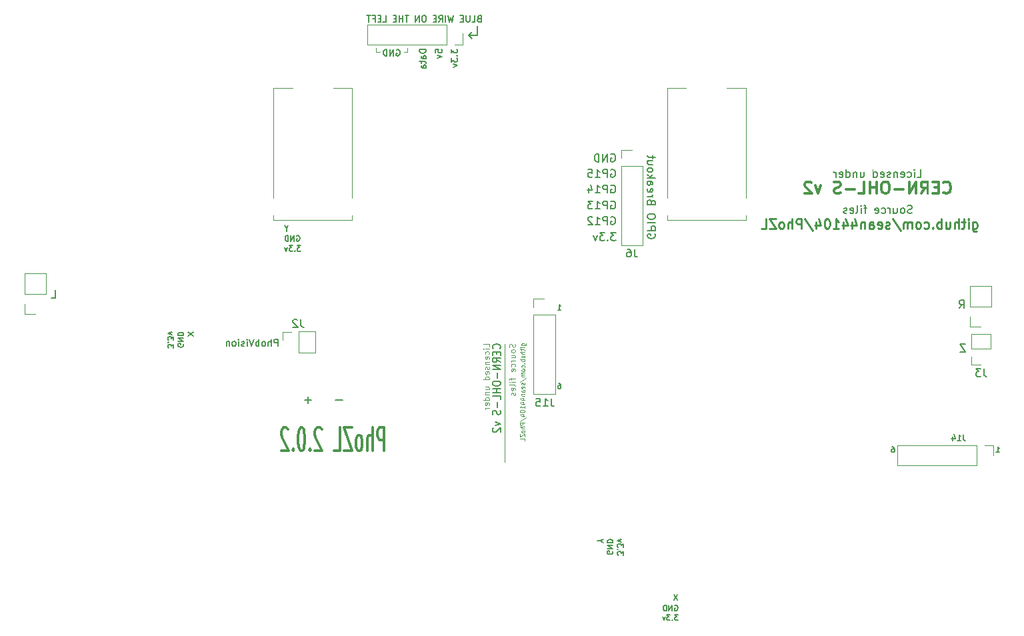
<source format=gbo>
G04 #@! TF.GenerationSoftware,KiCad,Pcbnew,(6.0.9)*
G04 #@! TF.CreationDate,2022-12-12T22:53:00-08:00*
G04 #@! TF.ProjectId,PhoZL-2.0.2,50686f5a-4c2d-4322-9e30-2e322e6b6963,rev?*
G04 #@! TF.SameCoordinates,Original*
G04 #@! TF.FileFunction,Legend,Bot*
G04 #@! TF.FilePolarity,Positive*
%FSLAX46Y46*%
G04 Gerber Fmt 4.6, Leading zero omitted, Abs format (unit mm)*
G04 Created by KiCad (PCBNEW (6.0.9)) date 2022-12-12 22:53:00*
%MOMM*%
%LPD*%
G01*
G04 APERTURE LIST*
G04 Aperture macros list*
%AMHorizOval*
0 Thick line with rounded ends*
0 $1 width*
0 $2 $3 position (X,Y) of the first rounded end (center of the circle)*
0 $4 $5 position (X,Y) of the second rounded end (center of the circle)*
0 Add line between two ends*
20,1,$1,$2,$3,$4,$5,0*
0 Add two circle primitives to create the rounded ends*
1,1,$1,$2,$3*
1,1,$1,$4,$5*%
%AMFreePoly0*
4,1,57,0.276537,0.684776,0.341421,0.641421,0.384776,0.576537,0.400000,0.500000,0.400000,-0.300961,0.458548,-0.402369,0.578106,-0.535153,0.722659,-0.640176,0.885889,-0.712851,1.060661,-0.750001,1.239339,-0.750000,1.414112,-0.712851,1.577341,-0.640176,1.721894,-0.535153,1.841452,-0.402369,1.900000,-0.300961,1.900000,0.500000,1.915224,0.576537,1.958579,0.641421,2.023463,0.684776,
2.100000,0.700000,2.500000,0.700000,2.576537,0.684776,2.641421,0.641421,2.684776,0.576537,2.700000,0.500000,2.700001,-0.500000,2.684776,-0.576537,2.641421,-0.641421,2.576537,-0.684776,2.500001,-0.700000,2.234409,-0.700000,2.215340,-0.729187,2.064330,-0.893227,1.888381,-1.030175,1.692289,-1.136294,1.481405,-1.208690,1.261482,-1.245389,1.038518,-1.245390,0.818595,-1.208690,
0.607711,-1.136294,0.411620,-1.030175,0.235670,-0.893227,0.084660,-0.729187,0.065590,-0.700000,-0.200000,-0.700000,-0.276537,-0.684776,-0.341421,-0.641421,-0.384776,-0.576537,-0.400000,-0.500000,-0.400000,0.500000,-0.384776,0.576537,-0.341421,0.641421,-0.276537,0.684776,-0.200000,0.700000,0.200000,0.700000,0.276537,0.684776,0.276537,0.684776,$1*%
G04 Aperture macros list end*
%ADD10C,0.200000*%
%ADD11C,0.120000*%
%ADD12C,0.150000*%
%ADD13C,0.280000*%
%ADD14C,0.090000*%
%ADD15C,0.100000*%
%ADD16C,0.300000*%
%ADD17C,0.350000*%
%ADD18C,0.800000*%
%ADD19HorizOval,1.700000X0.259808X-0.150000X-0.259808X0.150000X0*%
%ADD20FreePoly0,330.000000*%
%ADD21C,2.500000*%
%ADD22C,2.000000*%
%ADD23C,1.600000*%
%ADD24HorizOval,2.800000X-0.568661X0.191376X0.568661X-0.191376X0*%
%ADD25HorizOval,1.600000X0.026168X0.499315X-0.026168X-0.499315X0*%
%ADD26HorizOval,0.800000X0.031402X0.599178X-0.031402X-0.599178X0*%
%ADD27HorizOval,0.800000X0.057570X1.098492X-0.057570X-1.098492X0*%
%ADD28HorizOval,0.800000X-0.599178X0.031402X0.599178X-0.031402X0*%
%ADD29HorizOval,0.800000X-1.098492X0.057570X1.098492X-0.057570X0*%
%ADD30C,1.000000*%
%ADD31C,5.200000*%
%ADD32C,1.800000*%
%ADD33C,2.400000*%
%ADD34C,2.200000*%
%ADD35O,2.800000X2.200000*%
%ADD36R,1.700000X1.700000*%
%ADD37C,0.787400*%
%ADD38O,2.600000X1.600000*%
%ADD39HorizOval,2.800000X-0.161352X-0.577898X0.161352X0.577898X0*%
%ADD40O,2.000000X0.800000*%
%ADD41O,3.000000X0.800000*%
%ADD42O,0.800000X2.000000*%
%ADD43O,0.800000X3.000000*%
%ADD44O,1.350000X2.000000*%
%ADD45O,1.250000X0.950000*%
%ADD46O,0.890000X1.550000*%
%ADD47HorizOval,1.700000X0.259808X0.150000X-0.259808X-0.150000X0*%
%ADD48FreePoly0,30.000000*%
%ADD49O,2.250000X1.700000*%
%ADD50R,2.250000X1.700000*%
%ADD51O,1.600000X2.500000*%
%ADD52O,1.250000X2.500000*%
%ADD53O,1.400000X2.000000*%
%ADD54R,1.400000X2.000000*%
%ADD55R,2.000000X1.350000*%
%ADD56O,2.000000X1.350000*%
%ADD57R,2.200000X1.350000*%
%ADD58O,2.200000X1.350000*%
%ADD59O,2.250000X3.250000*%
%ADD60R,1.350000X2.000000*%
G04 APERTURE END LIST*
D10*
X106172000Y-26314400D02*
X105765600Y-25908000D01*
X106883200Y-24688800D02*
X106883200Y-25908000D01*
D11*
X94538800Y-28041600D02*
X93980000Y-28041600D01*
X97536000Y-28041600D02*
X97993200Y-28041600D01*
X110388400Y-65074800D02*
X110388400Y-80111600D01*
X97993200Y-28041600D02*
X97993200Y-27533600D01*
D10*
X105765600Y-25908000D02*
X106172000Y-25501600D01*
X106883200Y-25908000D02*
X105765600Y-25908000D01*
D11*
X93980000Y-28041600D02*
X93980000Y-27533600D01*
D12*
X132288900Y-96949466D02*
X131822233Y-97649466D01*
X131822233Y-96949466D02*
X132288900Y-97649466D01*
D13*
X169819714Y-49628457D02*
X169819714Y-50599885D01*
X169876857Y-50714171D01*
X169934000Y-50771314D01*
X170048285Y-50828457D01*
X170219714Y-50828457D01*
X170334000Y-50771314D01*
X169819714Y-50371314D02*
X169934000Y-50428457D01*
X170162571Y-50428457D01*
X170276857Y-50371314D01*
X170334000Y-50314171D01*
X170391142Y-50199885D01*
X170391142Y-49857028D01*
X170334000Y-49742742D01*
X170276857Y-49685600D01*
X170162571Y-49628457D01*
X169934000Y-49628457D01*
X169819714Y-49685600D01*
X169248285Y-50428457D02*
X169248285Y-49628457D01*
X169248285Y-49228457D02*
X169305428Y-49285600D01*
X169248285Y-49342742D01*
X169191142Y-49285600D01*
X169248285Y-49228457D01*
X169248285Y-49342742D01*
X168848285Y-49628457D02*
X168391142Y-49628457D01*
X168676857Y-49228457D02*
X168676857Y-50257028D01*
X168619714Y-50371314D01*
X168505428Y-50428457D01*
X168391142Y-50428457D01*
X167991142Y-50428457D02*
X167991142Y-49228457D01*
X167476857Y-50428457D02*
X167476857Y-49799885D01*
X167534000Y-49685600D01*
X167648285Y-49628457D01*
X167819714Y-49628457D01*
X167934000Y-49685600D01*
X167991142Y-49742742D01*
X166391142Y-49628457D02*
X166391142Y-50428457D01*
X166905428Y-49628457D02*
X166905428Y-50257028D01*
X166848285Y-50371314D01*
X166734000Y-50428457D01*
X166562571Y-50428457D01*
X166448285Y-50371314D01*
X166391142Y-50314171D01*
X165819714Y-50428457D02*
X165819714Y-49228457D01*
X165819714Y-49685600D02*
X165705428Y-49628457D01*
X165476857Y-49628457D01*
X165362571Y-49685600D01*
X165305428Y-49742742D01*
X165248285Y-49857028D01*
X165248285Y-50199885D01*
X165305428Y-50314171D01*
X165362571Y-50371314D01*
X165476857Y-50428457D01*
X165705428Y-50428457D01*
X165819714Y-50371314D01*
X164733999Y-50314171D02*
X164676857Y-50371314D01*
X164733999Y-50428457D01*
X164791142Y-50371314D01*
X164733999Y-50314171D01*
X164733999Y-50428457D01*
X163648285Y-50371314D02*
X163762571Y-50428457D01*
X163991142Y-50428457D01*
X164105428Y-50371314D01*
X164162571Y-50314171D01*
X164219714Y-50199885D01*
X164219714Y-49857028D01*
X164162571Y-49742742D01*
X164105428Y-49685600D01*
X163991142Y-49628457D01*
X163762571Y-49628457D01*
X163648285Y-49685600D01*
X162962571Y-50428457D02*
X163076857Y-50371314D01*
X163133999Y-50314171D01*
X163191142Y-50199885D01*
X163191142Y-49857028D01*
X163133999Y-49742742D01*
X163076857Y-49685600D01*
X162962571Y-49628457D01*
X162791142Y-49628457D01*
X162676857Y-49685600D01*
X162619714Y-49742742D01*
X162562571Y-49857028D01*
X162562571Y-50199885D01*
X162619714Y-50314171D01*
X162676857Y-50371314D01*
X162791142Y-50428457D01*
X162962571Y-50428457D01*
X162048285Y-50428457D02*
X162048285Y-49628457D01*
X162048285Y-49742742D02*
X161991142Y-49685600D01*
X161876857Y-49628457D01*
X161705428Y-49628457D01*
X161591142Y-49685600D01*
X161533999Y-49799885D01*
X161533999Y-50428457D01*
X161533999Y-49799885D02*
X161476857Y-49685600D01*
X161362571Y-49628457D01*
X161191142Y-49628457D01*
X161076857Y-49685600D01*
X161019714Y-49799885D01*
X161019714Y-50428457D01*
X159591142Y-49171314D02*
X160619714Y-50714171D01*
X159248285Y-50371314D02*
X159133999Y-50428457D01*
X158905428Y-50428457D01*
X158791142Y-50371314D01*
X158733999Y-50257028D01*
X158733999Y-50199885D01*
X158791142Y-50085600D01*
X158905428Y-50028457D01*
X159076857Y-50028457D01*
X159191142Y-49971314D01*
X159248285Y-49857028D01*
X159248285Y-49799885D01*
X159191142Y-49685600D01*
X159076857Y-49628457D01*
X158905428Y-49628457D01*
X158791142Y-49685600D01*
X157762571Y-50371314D02*
X157876857Y-50428457D01*
X158105428Y-50428457D01*
X158219714Y-50371314D01*
X158276857Y-50257028D01*
X158276857Y-49799885D01*
X158219714Y-49685600D01*
X158105428Y-49628457D01*
X157876857Y-49628457D01*
X157762571Y-49685600D01*
X157705428Y-49799885D01*
X157705428Y-49914171D01*
X158276857Y-50028457D01*
X156676857Y-50428457D02*
X156676857Y-49799885D01*
X156733999Y-49685600D01*
X156848285Y-49628457D01*
X157076857Y-49628457D01*
X157191142Y-49685600D01*
X156676857Y-50371314D02*
X156791142Y-50428457D01*
X157076857Y-50428457D01*
X157191142Y-50371314D01*
X157248285Y-50257028D01*
X157248285Y-50142742D01*
X157191142Y-50028457D01*
X157076857Y-49971314D01*
X156791142Y-49971314D01*
X156676857Y-49914171D01*
X156105428Y-49628457D02*
X156105428Y-50428457D01*
X156105428Y-49742742D02*
X156048285Y-49685600D01*
X155933999Y-49628457D01*
X155762571Y-49628457D01*
X155648285Y-49685600D01*
X155591142Y-49799885D01*
X155591142Y-50428457D01*
X154505428Y-49628457D02*
X154505428Y-50428457D01*
X154791142Y-49171314D02*
X155076857Y-50028457D01*
X154333999Y-50028457D01*
X153362571Y-49628457D02*
X153362571Y-50428457D01*
X153648285Y-49171314D02*
X153933999Y-50028457D01*
X153191142Y-50028457D01*
X152105428Y-50428457D02*
X152791142Y-50428457D01*
X152448285Y-50428457D02*
X152448285Y-49228457D01*
X152562571Y-49399885D01*
X152676857Y-49514171D01*
X152791142Y-49571314D01*
X151362571Y-49228457D02*
X151248285Y-49228457D01*
X151133999Y-49285600D01*
X151076857Y-49342742D01*
X151019714Y-49457028D01*
X150962571Y-49685600D01*
X150962571Y-49971314D01*
X151019714Y-50199885D01*
X151076857Y-50314171D01*
X151133999Y-50371314D01*
X151248285Y-50428457D01*
X151362571Y-50428457D01*
X151476857Y-50371314D01*
X151533999Y-50314171D01*
X151591142Y-50199885D01*
X151648285Y-49971314D01*
X151648285Y-49685600D01*
X151591142Y-49457028D01*
X151533999Y-49342742D01*
X151476857Y-49285600D01*
X151362571Y-49228457D01*
X149933999Y-49628457D02*
X149933999Y-50428457D01*
X150219714Y-49171314D02*
X150505428Y-50028457D01*
X149762571Y-50028457D01*
X148448285Y-49171314D02*
X149476857Y-50714171D01*
X148048285Y-50428457D02*
X148048285Y-49228457D01*
X147591142Y-49228457D01*
X147476857Y-49285600D01*
X147419714Y-49342742D01*
X147362571Y-49457028D01*
X147362571Y-49628457D01*
X147419714Y-49742742D01*
X147476857Y-49799885D01*
X147591142Y-49857028D01*
X148048285Y-49857028D01*
X146848285Y-50428457D02*
X146848285Y-49228457D01*
X146333999Y-50428457D02*
X146333999Y-49799885D01*
X146391142Y-49685600D01*
X146505428Y-49628457D01*
X146676857Y-49628457D01*
X146791142Y-49685600D01*
X146848285Y-49742742D01*
X145591142Y-50428457D02*
X145705428Y-50371314D01*
X145762571Y-50314171D01*
X145819714Y-50199885D01*
X145819714Y-49857028D01*
X145762571Y-49742742D01*
X145705428Y-49685600D01*
X145591142Y-49628457D01*
X145419714Y-49628457D01*
X145305428Y-49685600D01*
X145248285Y-49742742D01*
X145191142Y-49857028D01*
X145191142Y-50199885D01*
X145248285Y-50314171D01*
X145305428Y-50371314D01*
X145419714Y-50428457D01*
X145591142Y-50428457D01*
X144791142Y-49228457D02*
X143991142Y-49228457D01*
X144791142Y-50428457D01*
X143991142Y-50428457D01*
X142962571Y-50428457D02*
X143533999Y-50428457D01*
X143533999Y-49228457D01*
D14*
X112495028Y-65290100D02*
X112980742Y-65290100D01*
X113037885Y-65264385D01*
X113066457Y-65238671D01*
X113095028Y-65187242D01*
X113095028Y-65110100D01*
X113066457Y-65058671D01*
X112866457Y-65290100D02*
X112895028Y-65238671D01*
X112895028Y-65135814D01*
X112866457Y-65084385D01*
X112837885Y-65058671D01*
X112780742Y-65032957D01*
X112609314Y-65032957D01*
X112552171Y-65058671D01*
X112523600Y-65084385D01*
X112495028Y-65135814D01*
X112495028Y-65238671D01*
X112523600Y-65290100D01*
X112895028Y-65547242D02*
X112495028Y-65547242D01*
X112295028Y-65547242D02*
X112323600Y-65521528D01*
X112352171Y-65547242D01*
X112323600Y-65572957D01*
X112295028Y-65547242D01*
X112352171Y-65547242D01*
X112495028Y-65727242D02*
X112495028Y-65932957D01*
X112295028Y-65804385D02*
X112809314Y-65804385D01*
X112866457Y-65830100D01*
X112895028Y-65881528D01*
X112895028Y-65932957D01*
X112895028Y-66112957D02*
X112295028Y-66112957D01*
X112895028Y-66344385D02*
X112580742Y-66344385D01*
X112523600Y-66318671D01*
X112495028Y-66267242D01*
X112495028Y-66190100D01*
X112523600Y-66138671D01*
X112552171Y-66112957D01*
X112495028Y-66832957D02*
X112895028Y-66832957D01*
X112495028Y-66601528D02*
X112809314Y-66601528D01*
X112866457Y-66627242D01*
X112895028Y-66678671D01*
X112895028Y-66755814D01*
X112866457Y-66807242D01*
X112837885Y-66832957D01*
X112895028Y-67090100D02*
X112295028Y-67090100D01*
X112523600Y-67090100D02*
X112495028Y-67141528D01*
X112495028Y-67244385D01*
X112523600Y-67295814D01*
X112552171Y-67321528D01*
X112609314Y-67347242D01*
X112780742Y-67347242D01*
X112837885Y-67321528D01*
X112866457Y-67295814D01*
X112895028Y-67244385D01*
X112895028Y-67141528D01*
X112866457Y-67090100D01*
X112837885Y-67578671D02*
X112866457Y-67604385D01*
X112895028Y-67578671D01*
X112866457Y-67552957D01*
X112837885Y-67578671D01*
X112895028Y-67578671D01*
X112866457Y-68067242D02*
X112895028Y-68015814D01*
X112895028Y-67912957D01*
X112866457Y-67861528D01*
X112837885Y-67835814D01*
X112780742Y-67810100D01*
X112609314Y-67810100D01*
X112552171Y-67835814D01*
X112523600Y-67861528D01*
X112495028Y-67912957D01*
X112495028Y-68015814D01*
X112523600Y-68067242D01*
X112895028Y-68375814D02*
X112866457Y-68324385D01*
X112837885Y-68298671D01*
X112780742Y-68272957D01*
X112609314Y-68272957D01*
X112552171Y-68298671D01*
X112523600Y-68324385D01*
X112495028Y-68375814D01*
X112495028Y-68452957D01*
X112523600Y-68504385D01*
X112552171Y-68530100D01*
X112609314Y-68555814D01*
X112780742Y-68555814D01*
X112837885Y-68530100D01*
X112866457Y-68504385D01*
X112895028Y-68452957D01*
X112895028Y-68375814D01*
X112895028Y-68787242D02*
X112495028Y-68787242D01*
X112552171Y-68787242D02*
X112523600Y-68812957D01*
X112495028Y-68864385D01*
X112495028Y-68941528D01*
X112523600Y-68992957D01*
X112580742Y-69018671D01*
X112895028Y-69018671D01*
X112580742Y-69018671D02*
X112523600Y-69044385D01*
X112495028Y-69095814D01*
X112495028Y-69172957D01*
X112523600Y-69224385D01*
X112580742Y-69250100D01*
X112895028Y-69250100D01*
X112266457Y-69892957D02*
X113037885Y-69430100D01*
X112866457Y-70047242D02*
X112895028Y-70098671D01*
X112895028Y-70201528D01*
X112866457Y-70252957D01*
X112809314Y-70278671D01*
X112780742Y-70278671D01*
X112723600Y-70252957D01*
X112695028Y-70201528D01*
X112695028Y-70124385D01*
X112666457Y-70072957D01*
X112609314Y-70047242D01*
X112580742Y-70047242D01*
X112523600Y-70072957D01*
X112495028Y-70124385D01*
X112495028Y-70201528D01*
X112523600Y-70252957D01*
X112866457Y-70715814D02*
X112895028Y-70664385D01*
X112895028Y-70561528D01*
X112866457Y-70510100D01*
X112809314Y-70484385D01*
X112580742Y-70484385D01*
X112523600Y-70510100D01*
X112495028Y-70561528D01*
X112495028Y-70664385D01*
X112523600Y-70715814D01*
X112580742Y-70741528D01*
X112637885Y-70741528D01*
X112695028Y-70484385D01*
X112895028Y-71204385D02*
X112580742Y-71204385D01*
X112523600Y-71178671D01*
X112495028Y-71127242D01*
X112495028Y-71024385D01*
X112523600Y-70972957D01*
X112866457Y-71204385D02*
X112895028Y-71152957D01*
X112895028Y-71024385D01*
X112866457Y-70972957D01*
X112809314Y-70947242D01*
X112752171Y-70947242D01*
X112695028Y-70972957D01*
X112666457Y-71024385D01*
X112666457Y-71152957D01*
X112637885Y-71204385D01*
X112495028Y-71461528D02*
X112895028Y-71461528D01*
X112552171Y-71461528D02*
X112523600Y-71487242D01*
X112495028Y-71538671D01*
X112495028Y-71615814D01*
X112523600Y-71667242D01*
X112580742Y-71692957D01*
X112895028Y-71692957D01*
X112495028Y-72181528D02*
X112895028Y-72181528D01*
X112266457Y-72052957D02*
X112695028Y-71924385D01*
X112695028Y-72258671D01*
X112495028Y-72695814D02*
X112895028Y-72695814D01*
X112266457Y-72567242D02*
X112695028Y-72438671D01*
X112695028Y-72772957D01*
X112895028Y-73261528D02*
X112895028Y-72952957D01*
X112895028Y-73107242D02*
X112295028Y-73107242D01*
X112380742Y-73055814D01*
X112437885Y-73004385D01*
X112466457Y-72952957D01*
X112295028Y-73595814D02*
X112295028Y-73647242D01*
X112323600Y-73698671D01*
X112352171Y-73724385D01*
X112409314Y-73750100D01*
X112523600Y-73775814D01*
X112666457Y-73775814D01*
X112780742Y-73750100D01*
X112837885Y-73724385D01*
X112866457Y-73698671D01*
X112895028Y-73647242D01*
X112895028Y-73595814D01*
X112866457Y-73544385D01*
X112837885Y-73518671D01*
X112780742Y-73492957D01*
X112666457Y-73467242D01*
X112523600Y-73467242D01*
X112409314Y-73492957D01*
X112352171Y-73518671D01*
X112323600Y-73544385D01*
X112295028Y-73595814D01*
X112495028Y-74238671D02*
X112895028Y-74238671D01*
X112266457Y-74110100D02*
X112695028Y-73981528D01*
X112695028Y-74315814D01*
X112266457Y-74907242D02*
X113037885Y-74444385D01*
X112895028Y-75087242D02*
X112295028Y-75087242D01*
X112295028Y-75292957D01*
X112323600Y-75344385D01*
X112352171Y-75370100D01*
X112409314Y-75395814D01*
X112495028Y-75395814D01*
X112552171Y-75370100D01*
X112580742Y-75344385D01*
X112609314Y-75292957D01*
X112609314Y-75087242D01*
X112895028Y-75627242D02*
X112295028Y-75627242D01*
X112895028Y-75858671D02*
X112580742Y-75858671D01*
X112523600Y-75832957D01*
X112495028Y-75781528D01*
X112495028Y-75704385D01*
X112523600Y-75652957D01*
X112552171Y-75627242D01*
X112895028Y-76192957D02*
X112866457Y-76141528D01*
X112837885Y-76115814D01*
X112780742Y-76090100D01*
X112609314Y-76090100D01*
X112552171Y-76115814D01*
X112523600Y-76141528D01*
X112495028Y-76192957D01*
X112495028Y-76270100D01*
X112523600Y-76321528D01*
X112552171Y-76347242D01*
X112609314Y-76372957D01*
X112780742Y-76372957D01*
X112837885Y-76347242D01*
X112866457Y-76321528D01*
X112895028Y-76270100D01*
X112895028Y-76192957D01*
X112295028Y-76552957D02*
X112295028Y-76912957D01*
X112895028Y-76552957D01*
X112895028Y-76912957D01*
X112895028Y-77375814D02*
X112895028Y-77118671D01*
X112295028Y-77118671D01*
D12*
X168092476Y-60548780D02*
X168425809Y-60072590D01*
X168663904Y-60548780D02*
X168663904Y-59548780D01*
X168282952Y-59548780D01*
X168187714Y-59596400D01*
X168140095Y-59644019D01*
X168092476Y-59739257D01*
X168092476Y-59882114D01*
X168140095Y-59977352D01*
X168187714Y-60024971D01*
X168282952Y-60072590D01*
X168663904Y-60072590D01*
D15*
X111657171Y-65079457D02*
X111692885Y-65186600D01*
X111692885Y-65365171D01*
X111657171Y-65436600D01*
X111621457Y-65472314D01*
X111550028Y-65508028D01*
X111478600Y-65508028D01*
X111407171Y-65472314D01*
X111371457Y-65436600D01*
X111335742Y-65365171D01*
X111300028Y-65222314D01*
X111264314Y-65150885D01*
X111228600Y-65115171D01*
X111157171Y-65079457D01*
X111085742Y-65079457D01*
X111014314Y-65115171D01*
X110978600Y-65150885D01*
X110942885Y-65222314D01*
X110942885Y-65400885D01*
X110978600Y-65508028D01*
X111692885Y-65936600D02*
X111657171Y-65865171D01*
X111621457Y-65829457D01*
X111550028Y-65793742D01*
X111335742Y-65793742D01*
X111264314Y-65829457D01*
X111228600Y-65865171D01*
X111192885Y-65936600D01*
X111192885Y-66043742D01*
X111228600Y-66115171D01*
X111264314Y-66150885D01*
X111335742Y-66186600D01*
X111550028Y-66186600D01*
X111621457Y-66150885D01*
X111657171Y-66115171D01*
X111692885Y-66043742D01*
X111692885Y-65936600D01*
X111192885Y-66829457D02*
X111692885Y-66829457D01*
X111192885Y-66508028D02*
X111585742Y-66508028D01*
X111657171Y-66543742D01*
X111692885Y-66615171D01*
X111692885Y-66722314D01*
X111657171Y-66793742D01*
X111621457Y-66829457D01*
X111692885Y-67186600D02*
X111192885Y-67186600D01*
X111335742Y-67186600D02*
X111264314Y-67222314D01*
X111228600Y-67258028D01*
X111192885Y-67329457D01*
X111192885Y-67400885D01*
X111657171Y-67972314D02*
X111692885Y-67900885D01*
X111692885Y-67758028D01*
X111657171Y-67686600D01*
X111621457Y-67650885D01*
X111550028Y-67615171D01*
X111335742Y-67615171D01*
X111264314Y-67650885D01*
X111228600Y-67686600D01*
X111192885Y-67758028D01*
X111192885Y-67900885D01*
X111228600Y-67972314D01*
X111657171Y-68579457D02*
X111692885Y-68508028D01*
X111692885Y-68365171D01*
X111657171Y-68293742D01*
X111585742Y-68258028D01*
X111300028Y-68258028D01*
X111228600Y-68293742D01*
X111192885Y-68365171D01*
X111192885Y-68508028D01*
X111228600Y-68579457D01*
X111300028Y-68615171D01*
X111371457Y-68615171D01*
X111442885Y-68258028D01*
X111192885Y-69400885D02*
X111192885Y-69686600D01*
X111692885Y-69508028D02*
X111050028Y-69508028D01*
X110978600Y-69543742D01*
X110942885Y-69615171D01*
X110942885Y-69686600D01*
X111692885Y-69936600D02*
X111192885Y-69936600D01*
X110942885Y-69936600D02*
X110978600Y-69900885D01*
X111014314Y-69936600D01*
X110978600Y-69972314D01*
X110942885Y-69936600D01*
X111014314Y-69936600D01*
X111692885Y-70400885D02*
X111657171Y-70329457D01*
X111585742Y-70293742D01*
X110942885Y-70293742D01*
X111657171Y-70972314D02*
X111692885Y-70900885D01*
X111692885Y-70758028D01*
X111657171Y-70686600D01*
X111585742Y-70650885D01*
X111300028Y-70650885D01*
X111228600Y-70686600D01*
X111192885Y-70758028D01*
X111192885Y-70900885D01*
X111228600Y-70972314D01*
X111300028Y-71008028D01*
X111371457Y-71008028D01*
X111442885Y-70650885D01*
X111657171Y-71293742D02*
X111692885Y-71365171D01*
X111692885Y-71508028D01*
X111657171Y-71579457D01*
X111585742Y-71615171D01*
X111550028Y-71615171D01*
X111478600Y-71579457D01*
X111442885Y-71508028D01*
X111442885Y-71400885D01*
X111407171Y-71329457D01*
X111335742Y-71293742D01*
X111300028Y-71293742D01*
X111228600Y-71329457D01*
X111192885Y-71400885D01*
X111192885Y-71508028D01*
X111228600Y-71579457D01*
D12*
X81541133Y-65357723D02*
X81541133Y-64507723D01*
X81217323Y-64507723D01*
X81136371Y-64548200D01*
X81095895Y-64588676D01*
X81055419Y-64669628D01*
X81055419Y-64791057D01*
X81095895Y-64872009D01*
X81136371Y-64912485D01*
X81217323Y-64952961D01*
X81541133Y-64952961D01*
X80691133Y-65357723D02*
X80691133Y-64507723D01*
X80326847Y-65357723D02*
X80326847Y-64912485D01*
X80367323Y-64831533D01*
X80448276Y-64791057D01*
X80569704Y-64791057D01*
X80650657Y-64831533D01*
X80691133Y-64872009D01*
X79800657Y-65357723D02*
X79881609Y-65317247D01*
X79922085Y-65276771D01*
X79962561Y-65195819D01*
X79962561Y-64952961D01*
X79922085Y-64872009D01*
X79881609Y-64831533D01*
X79800657Y-64791057D01*
X79679228Y-64791057D01*
X79598276Y-64831533D01*
X79557800Y-64872009D01*
X79517323Y-64952961D01*
X79517323Y-65195819D01*
X79557800Y-65276771D01*
X79598276Y-65317247D01*
X79679228Y-65357723D01*
X79800657Y-65357723D01*
X79153038Y-65357723D02*
X79153038Y-64507723D01*
X79153038Y-64831533D02*
X79072085Y-64791057D01*
X78910180Y-64791057D01*
X78829228Y-64831533D01*
X78788752Y-64872009D01*
X78748276Y-64952961D01*
X78748276Y-65195819D01*
X78788752Y-65276771D01*
X78829228Y-65317247D01*
X78910180Y-65357723D01*
X79072085Y-65357723D01*
X79153038Y-65317247D01*
X78505419Y-64507723D02*
X78222085Y-65357723D01*
X77938752Y-64507723D01*
X77655419Y-65357723D02*
X77655419Y-64791057D01*
X77655419Y-64507723D02*
X77695895Y-64548200D01*
X77655419Y-64588676D01*
X77614942Y-64548200D01*
X77655419Y-64507723D01*
X77655419Y-64588676D01*
X77291133Y-65317247D02*
X77210180Y-65357723D01*
X77048276Y-65357723D01*
X76967323Y-65317247D01*
X76926847Y-65236295D01*
X76926847Y-65195819D01*
X76967323Y-65114866D01*
X77048276Y-65074390D01*
X77169704Y-65074390D01*
X77250657Y-65033914D01*
X77291133Y-64952961D01*
X77291133Y-64912485D01*
X77250657Y-64831533D01*
X77169704Y-64791057D01*
X77048276Y-64791057D01*
X76967323Y-64831533D01*
X76562561Y-65357723D02*
X76562561Y-64791057D01*
X76562561Y-64507723D02*
X76603038Y-64548200D01*
X76562561Y-64588676D01*
X76522085Y-64548200D01*
X76562561Y-64507723D01*
X76562561Y-64588676D01*
X76036371Y-65357723D02*
X76117323Y-65317247D01*
X76157800Y-65276771D01*
X76198276Y-65195819D01*
X76198276Y-64952961D01*
X76157800Y-64872009D01*
X76117323Y-64831533D01*
X76036371Y-64791057D01*
X75914942Y-64791057D01*
X75833990Y-64831533D01*
X75793514Y-64872009D01*
X75753038Y-64952961D01*
X75753038Y-65195819D01*
X75793514Y-65276771D01*
X75833990Y-65317247D01*
X75914942Y-65357723D01*
X76036371Y-65357723D01*
X75388752Y-64791057D02*
X75388752Y-65357723D01*
X75388752Y-64872009D02*
X75348276Y-64831533D01*
X75267323Y-64791057D01*
X75145895Y-64791057D01*
X75064942Y-64831533D01*
X75024466Y-64912485D01*
X75024466Y-65357723D01*
X159540590Y-78180847D02*
X159664400Y-78180847D01*
X159726304Y-78211800D01*
X159757257Y-78242752D01*
X159819161Y-78335609D01*
X159850114Y-78459419D01*
X159850114Y-78707038D01*
X159819161Y-78768942D01*
X159788209Y-78799895D01*
X159726304Y-78830847D01*
X159602495Y-78830847D01*
X159540590Y-78799895D01*
X159509638Y-78768942D01*
X159478685Y-78707038D01*
X159478685Y-78552276D01*
X159509638Y-78490371D01*
X159540590Y-78459419D01*
X159602495Y-78428466D01*
X159726304Y-78428466D01*
X159788209Y-78459419D01*
X159819161Y-78490371D01*
X159850114Y-78552276D01*
X100336304Y-27719976D02*
X99536304Y-27719976D01*
X99536304Y-27910452D01*
X99574400Y-28024738D01*
X99650590Y-28100928D01*
X99726780Y-28139023D01*
X99879161Y-28177119D01*
X99993447Y-28177119D01*
X100145828Y-28139023D01*
X100222019Y-28100928D01*
X100298209Y-28024738D01*
X100336304Y-27910452D01*
X100336304Y-27719976D01*
X100336304Y-28862833D02*
X99917257Y-28862833D01*
X99841066Y-28824738D01*
X99802971Y-28748547D01*
X99802971Y-28596166D01*
X99841066Y-28519976D01*
X100298209Y-28862833D02*
X100336304Y-28786642D01*
X100336304Y-28596166D01*
X100298209Y-28519976D01*
X100222019Y-28481880D01*
X100145828Y-28481880D01*
X100069638Y-28519976D01*
X100031542Y-28596166D01*
X100031542Y-28786642D01*
X99993447Y-28862833D01*
X99802971Y-29129500D02*
X99802971Y-29434261D01*
X99536304Y-29243785D02*
X100222019Y-29243785D01*
X100298209Y-29281880D01*
X100336304Y-29358071D01*
X100336304Y-29434261D01*
X100336304Y-30043785D02*
X99917257Y-30043785D01*
X99841066Y-30005690D01*
X99802971Y-29929500D01*
X99802971Y-29777119D01*
X99841066Y-29700928D01*
X100298209Y-30043785D02*
X100336304Y-29967595D01*
X100336304Y-29777119D01*
X100298209Y-29700928D01*
X100222019Y-29662833D01*
X100145828Y-29662833D01*
X100069638Y-29700928D01*
X100031542Y-29777119D01*
X100031542Y-29967595D01*
X99993447Y-30043785D01*
X103549504Y-27643785D02*
X103549504Y-28139023D01*
X103854266Y-27872357D01*
X103854266Y-27986642D01*
X103892361Y-28062833D01*
X103930457Y-28100928D01*
X104006647Y-28139023D01*
X104197123Y-28139023D01*
X104273314Y-28100928D01*
X104311409Y-28062833D01*
X104349504Y-27986642D01*
X104349504Y-27758071D01*
X104311409Y-27681880D01*
X104273314Y-27643785D01*
X104273314Y-28481880D02*
X104311409Y-28519976D01*
X104349504Y-28481880D01*
X104311409Y-28443785D01*
X104273314Y-28481880D01*
X104349504Y-28481880D01*
X103549504Y-28786642D02*
X103549504Y-29281880D01*
X103854266Y-29015214D01*
X103854266Y-29129500D01*
X103892361Y-29205690D01*
X103930457Y-29243785D01*
X104006647Y-29281880D01*
X104197123Y-29281880D01*
X104273314Y-29243785D01*
X104311409Y-29205690D01*
X104349504Y-29129500D01*
X104349504Y-28900928D01*
X104311409Y-28824738D01*
X104273314Y-28786642D01*
X103816171Y-29548547D02*
X104349504Y-29739023D01*
X103816171Y-29929500D01*
X68302933Y-65595900D02*
X68302933Y-65162566D01*
X68036266Y-65395900D01*
X68036266Y-65295900D01*
X68002933Y-65229233D01*
X67969600Y-65195900D01*
X67902933Y-65162566D01*
X67736266Y-65162566D01*
X67669600Y-65195900D01*
X67636266Y-65229233D01*
X67602933Y-65295900D01*
X67602933Y-65495900D01*
X67636266Y-65562566D01*
X67669600Y-65595900D01*
X67669600Y-64862566D02*
X67636266Y-64829233D01*
X67602933Y-64862566D01*
X67636266Y-64895900D01*
X67669600Y-64862566D01*
X67602933Y-64862566D01*
X68302933Y-64595900D02*
X68302933Y-64162566D01*
X68036266Y-64395900D01*
X68036266Y-64295900D01*
X68002933Y-64229233D01*
X67969600Y-64195900D01*
X67902933Y-64162566D01*
X67736266Y-64162566D01*
X67669600Y-64195900D01*
X67636266Y-64229233D01*
X67602933Y-64295900D01*
X67602933Y-64495900D01*
X67636266Y-64562566D01*
X67669600Y-64595900D01*
X68069600Y-63929233D02*
X67602933Y-63762566D01*
X68069600Y-63595900D01*
X123854595Y-48979200D02*
X123949833Y-48931580D01*
X124092690Y-48931580D01*
X124235547Y-48979200D01*
X124330785Y-49074438D01*
X124378404Y-49169676D01*
X124426023Y-49360152D01*
X124426023Y-49503009D01*
X124378404Y-49693485D01*
X124330785Y-49788723D01*
X124235547Y-49883961D01*
X124092690Y-49931580D01*
X123997452Y-49931580D01*
X123854595Y-49883961D01*
X123806976Y-49836342D01*
X123806976Y-49503009D01*
X123997452Y-49503009D01*
X123378404Y-49931580D02*
X123378404Y-48931580D01*
X122997452Y-48931580D01*
X122902214Y-48979200D01*
X122854595Y-49026819D01*
X122806976Y-49122057D01*
X122806976Y-49264914D01*
X122854595Y-49360152D01*
X122902214Y-49407771D01*
X122997452Y-49455390D01*
X123378404Y-49455390D01*
X121854595Y-49931580D02*
X122426023Y-49931580D01*
X122140309Y-49931580D02*
X122140309Y-48931580D01*
X122235547Y-49074438D01*
X122330785Y-49169676D01*
X122426023Y-49217295D01*
X121473642Y-49026819D02*
X121426023Y-48979200D01*
X121330785Y-48931580D01*
X121092690Y-48931580D01*
X120997452Y-48979200D01*
X120949833Y-49026819D01*
X120902214Y-49122057D01*
X120902214Y-49217295D01*
X120949833Y-49360152D01*
X121521261Y-49931580D01*
X120902214Y-49931580D01*
X84442700Y-52601066D02*
X84009366Y-52601066D01*
X84242700Y-52867733D01*
X84142700Y-52867733D01*
X84076033Y-52901066D01*
X84042700Y-52934400D01*
X84009366Y-53001066D01*
X84009366Y-53167733D01*
X84042700Y-53234400D01*
X84076033Y-53267733D01*
X84142700Y-53301066D01*
X84342700Y-53301066D01*
X84409366Y-53267733D01*
X84442700Y-53234400D01*
X83709366Y-53234400D02*
X83676033Y-53267733D01*
X83709366Y-53301066D01*
X83742700Y-53267733D01*
X83709366Y-53234400D01*
X83709366Y-53301066D01*
X83442700Y-52601066D02*
X83009366Y-52601066D01*
X83242700Y-52867733D01*
X83142700Y-52867733D01*
X83076033Y-52901066D01*
X83042700Y-52934400D01*
X83009366Y-53001066D01*
X83009366Y-53167733D01*
X83042700Y-53234400D01*
X83076033Y-53267733D01*
X83142700Y-53301066D01*
X83342700Y-53301066D01*
X83409366Y-53267733D01*
X83442700Y-53234400D01*
X82776033Y-52834400D02*
X82609366Y-53301066D01*
X82442700Y-52834400D01*
D16*
X95050000Y-78687142D02*
X95050000Y-75687142D01*
X94478571Y-75687142D01*
X94335714Y-75830000D01*
X94264285Y-75972857D01*
X94192857Y-76258571D01*
X94192857Y-76687142D01*
X94264285Y-76972857D01*
X94335714Y-77115714D01*
X94478571Y-77258571D01*
X95050000Y-77258571D01*
X93550000Y-78687142D02*
X93550000Y-75687142D01*
X92907142Y-78687142D02*
X92907142Y-77115714D01*
X92978571Y-76830000D01*
X93121428Y-76687142D01*
X93335714Y-76687142D01*
X93478571Y-76830000D01*
X93550000Y-76972857D01*
X91978571Y-78687142D02*
X92121428Y-78544285D01*
X92192857Y-78401428D01*
X92264285Y-78115714D01*
X92264285Y-77258571D01*
X92192857Y-76972857D01*
X92121428Y-76830000D01*
X91978571Y-76687142D01*
X91764285Y-76687142D01*
X91621428Y-76830000D01*
X91550000Y-76972857D01*
X91478571Y-77258571D01*
X91478571Y-78115714D01*
X91550000Y-78401428D01*
X91621428Y-78544285D01*
X91764285Y-78687142D01*
X91978571Y-78687142D01*
X90978571Y-75687142D02*
X89978571Y-75687142D01*
X90978571Y-78687142D01*
X89978571Y-78687142D01*
X88692857Y-78687142D02*
X89407142Y-78687142D01*
X89407142Y-75687142D01*
X87121428Y-75972857D02*
X87050000Y-75830000D01*
X86907142Y-75687142D01*
X86550000Y-75687142D01*
X86407142Y-75830000D01*
X86335714Y-75972857D01*
X86264285Y-76258571D01*
X86264285Y-76544285D01*
X86335714Y-76972857D01*
X87192857Y-78687142D01*
X86264285Y-78687142D01*
X85621428Y-78401428D02*
X85550000Y-78544285D01*
X85621428Y-78687142D01*
X85692857Y-78544285D01*
X85621428Y-78401428D01*
X85621428Y-78687142D01*
X84621428Y-75687142D02*
X84478571Y-75687142D01*
X84335714Y-75830000D01*
X84264285Y-75972857D01*
X84192857Y-76258571D01*
X84121428Y-76830000D01*
X84121428Y-77544285D01*
X84192857Y-78115714D01*
X84264285Y-78401428D01*
X84335714Y-78544285D01*
X84478571Y-78687142D01*
X84621428Y-78687142D01*
X84764285Y-78544285D01*
X84835714Y-78401428D01*
X84907142Y-78115714D01*
X84978571Y-77544285D01*
X84978571Y-76830000D01*
X84907142Y-76258571D01*
X84835714Y-75972857D01*
X84764285Y-75830000D01*
X84621428Y-75687142D01*
X83478571Y-78401428D02*
X83407142Y-78544285D01*
X83478571Y-78687142D01*
X83550000Y-78544285D01*
X83478571Y-78401428D01*
X83478571Y-78687142D01*
X82835714Y-75972857D02*
X82764285Y-75830000D01*
X82621428Y-75687142D01*
X82264285Y-75687142D01*
X82121428Y-75830000D01*
X82050000Y-75972857D01*
X81978571Y-76258571D01*
X81978571Y-76544285D01*
X82050000Y-76972857D01*
X82907142Y-78687142D01*
X81978571Y-78687142D01*
D12*
X109729542Y-65697671D02*
X109777161Y-65654814D01*
X109824780Y-65526242D01*
X109824780Y-65440528D01*
X109777161Y-65311957D01*
X109681923Y-65226242D01*
X109586685Y-65183385D01*
X109396209Y-65140528D01*
X109253352Y-65140528D01*
X109062876Y-65183385D01*
X108967638Y-65226242D01*
X108872400Y-65311957D01*
X108824780Y-65440528D01*
X108824780Y-65526242D01*
X108872400Y-65654814D01*
X108920019Y-65697671D01*
X109300971Y-66083385D02*
X109300971Y-66383385D01*
X109824780Y-66511957D02*
X109824780Y-66083385D01*
X108824780Y-66083385D01*
X108824780Y-66511957D01*
X109824780Y-67411957D02*
X109348590Y-67111957D01*
X109824780Y-66897671D02*
X108824780Y-66897671D01*
X108824780Y-67240528D01*
X108872400Y-67326242D01*
X108920019Y-67369100D01*
X109015257Y-67411957D01*
X109158114Y-67411957D01*
X109253352Y-67369100D01*
X109300971Y-67326242D01*
X109348590Y-67240528D01*
X109348590Y-66897671D01*
X109824780Y-67797671D02*
X108824780Y-67797671D01*
X109824780Y-68311957D01*
X108824780Y-68311957D01*
X109443828Y-68740528D02*
X109443828Y-69426242D01*
X108824780Y-70026242D02*
X108824780Y-70197671D01*
X108872400Y-70283385D01*
X108967638Y-70369100D01*
X109158114Y-70411957D01*
X109491447Y-70411957D01*
X109681923Y-70369100D01*
X109777161Y-70283385D01*
X109824780Y-70197671D01*
X109824780Y-70026242D01*
X109777161Y-69940528D01*
X109681923Y-69854814D01*
X109491447Y-69811957D01*
X109158114Y-69811957D01*
X108967638Y-69854814D01*
X108872400Y-69940528D01*
X108824780Y-70026242D01*
X109824780Y-70797671D02*
X108824780Y-70797671D01*
X109300971Y-70797671D02*
X109300971Y-71311957D01*
X109824780Y-71311957D02*
X108824780Y-71311957D01*
X109824780Y-72169100D02*
X109824780Y-71740528D01*
X108824780Y-71740528D01*
X109443828Y-72469100D02*
X109443828Y-73154814D01*
X109777161Y-73540528D02*
X109824780Y-73669100D01*
X109824780Y-73883385D01*
X109777161Y-73969100D01*
X109729542Y-74011957D01*
X109634304Y-74054814D01*
X109539066Y-74054814D01*
X109443828Y-74011957D01*
X109396209Y-73969100D01*
X109348590Y-73883385D01*
X109300971Y-73711957D01*
X109253352Y-73626242D01*
X109205733Y-73583385D01*
X109110495Y-73540528D01*
X109015257Y-73540528D01*
X108920019Y-73583385D01*
X108872400Y-73626242D01*
X108824780Y-73711957D01*
X108824780Y-73926242D01*
X108872400Y-74054814D01*
X109158114Y-75040528D02*
X109824780Y-75254814D01*
X109158114Y-75469100D01*
X108920019Y-75769100D02*
X108872400Y-75811957D01*
X108824780Y-75897671D01*
X108824780Y-76111957D01*
X108872400Y-76197671D01*
X108920019Y-76240528D01*
X109015257Y-76283385D01*
X109110495Y-76283385D01*
X109253352Y-76240528D01*
X109824780Y-75726242D01*
X109824780Y-76283385D01*
X124473642Y-50963580D02*
X123854595Y-50963580D01*
X124187928Y-51344533D01*
X124045071Y-51344533D01*
X123949833Y-51392152D01*
X123902214Y-51439771D01*
X123854595Y-51535009D01*
X123854595Y-51773104D01*
X123902214Y-51868342D01*
X123949833Y-51915961D01*
X124045071Y-51963580D01*
X124330785Y-51963580D01*
X124426023Y-51915961D01*
X124473642Y-51868342D01*
X123426023Y-51868342D02*
X123378404Y-51915961D01*
X123426023Y-51963580D01*
X123473642Y-51915961D01*
X123426023Y-51868342D01*
X123426023Y-51963580D01*
X123045071Y-50963580D02*
X122426023Y-50963580D01*
X122759357Y-51344533D01*
X122616500Y-51344533D01*
X122521261Y-51392152D01*
X122473642Y-51439771D01*
X122426023Y-51535009D01*
X122426023Y-51773104D01*
X122473642Y-51868342D01*
X122521261Y-51915961D01*
X122616500Y-51963580D01*
X122902214Y-51963580D01*
X122997452Y-51915961D01*
X123045071Y-51868342D01*
X122092690Y-51296914D02*
X121854595Y-51963580D01*
X121616500Y-51296914D01*
X123854595Y-44966000D02*
X123949833Y-44918380D01*
X124092690Y-44918380D01*
X124235547Y-44966000D01*
X124330785Y-45061238D01*
X124378404Y-45156476D01*
X124426023Y-45346952D01*
X124426023Y-45489809D01*
X124378404Y-45680285D01*
X124330785Y-45775523D01*
X124235547Y-45870761D01*
X124092690Y-45918380D01*
X123997452Y-45918380D01*
X123854595Y-45870761D01*
X123806976Y-45823142D01*
X123806976Y-45489809D01*
X123997452Y-45489809D01*
X123378404Y-45918380D02*
X123378404Y-44918380D01*
X122997452Y-44918380D01*
X122902214Y-44966000D01*
X122854595Y-45013619D01*
X122806976Y-45108857D01*
X122806976Y-45251714D01*
X122854595Y-45346952D01*
X122902214Y-45394571D01*
X122997452Y-45442190D01*
X123378404Y-45442190D01*
X121854595Y-45918380D02*
X122426023Y-45918380D01*
X122140309Y-45918380D02*
X122140309Y-44918380D01*
X122235547Y-45061238D01*
X122330785Y-45156476D01*
X122426023Y-45204095D01*
X120997452Y-45251714D02*
X120997452Y-45918380D01*
X121235547Y-44870761D02*
X121473642Y-45585047D01*
X120854595Y-45585047D01*
X124048000Y-91410300D02*
X124081333Y-91476966D01*
X124081333Y-91576966D01*
X124048000Y-91676966D01*
X123981333Y-91743633D01*
X123914666Y-91776966D01*
X123781333Y-91810300D01*
X123681333Y-91810300D01*
X123548000Y-91776966D01*
X123481333Y-91743633D01*
X123414666Y-91676966D01*
X123381333Y-91576966D01*
X123381333Y-91510300D01*
X123414666Y-91410300D01*
X123448000Y-91376966D01*
X123681333Y-91376966D01*
X123681333Y-91510300D01*
X123381333Y-91076966D02*
X124081333Y-91076966D01*
X123381333Y-90676966D01*
X124081333Y-90676966D01*
X123381333Y-90343633D02*
X124081333Y-90343633D01*
X124081333Y-90176966D01*
X124048000Y-90076966D01*
X123981333Y-90010300D01*
X123914666Y-89976966D01*
X123781333Y-89943633D01*
X123681333Y-89943633D01*
X123548000Y-89976966D01*
X123481333Y-90010300D01*
X123414666Y-90076966D01*
X123381333Y-90176966D01*
X123381333Y-90343633D01*
X52776476Y-59227980D02*
X53252666Y-59227980D01*
X53252666Y-58227980D01*
X83942700Y-51364400D02*
X84009366Y-51331066D01*
X84109366Y-51331066D01*
X84209366Y-51364400D01*
X84276033Y-51431066D01*
X84309366Y-51497733D01*
X84342700Y-51631066D01*
X84342700Y-51731066D01*
X84309366Y-51864400D01*
X84276033Y-51931066D01*
X84209366Y-51997733D01*
X84109366Y-52031066D01*
X84042700Y-52031066D01*
X83942700Y-51997733D01*
X83909366Y-51964400D01*
X83909366Y-51731066D01*
X84042700Y-51731066D01*
X83609366Y-52031066D02*
X83609366Y-51331066D01*
X83209366Y-52031066D01*
X83209366Y-51331066D01*
X82876033Y-52031066D02*
X82876033Y-51331066D01*
X82709366Y-51331066D01*
X82609366Y-51364400D01*
X82542700Y-51431066D01*
X82509366Y-51497733D01*
X82476033Y-51631066D01*
X82476033Y-51731066D01*
X82509366Y-51864400D01*
X82542700Y-51931066D01*
X82609366Y-51997733D01*
X82709366Y-52031066D01*
X82876033Y-52031066D01*
X125402133Y-91910300D02*
X125402133Y-91476966D01*
X125135466Y-91710300D01*
X125135466Y-91610300D01*
X125102133Y-91543633D01*
X125068800Y-91510300D01*
X125002133Y-91476966D01*
X124835466Y-91476966D01*
X124768800Y-91510300D01*
X124735466Y-91543633D01*
X124702133Y-91610300D01*
X124702133Y-91810300D01*
X124735466Y-91876966D01*
X124768800Y-91910300D01*
X124768800Y-91176966D02*
X124735466Y-91143633D01*
X124702133Y-91176966D01*
X124735466Y-91210300D01*
X124768800Y-91176966D01*
X124702133Y-91176966D01*
X125402133Y-90910300D02*
X125402133Y-90476966D01*
X125135466Y-90710300D01*
X125135466Y-90610300D01*
X125102133Y-90543633D01*
X125068800Y-90510300D01*
X125002133Y-90476966D01*
X124835466Y-90476966D01*
X124768800Y-90510300D01*
X124735466Y-90543633D01*
X124702133Y-90610300D01*
X124702133Y-90810300D01*
X124735466Y-90876966D01*
X124768800Y-90910300D01*
X125168800Y-90243633D02*
X124702133Y-90076966D01*
X125168800Y-89910300D01*
X131957166Y-98303600D02*
X132023833Y-98270266D01*
X132123833Y-98270266D01*
X132223833Y-98303600D01*
X132290500Y-98370266D01*
X132323833Y-98436933D01*
X132357166Y-98570266D01*
X132357166Y-98670266D01*
X132323833Y-98803600D01*
X132290500Y-98870266D01*
X132223833Y-98936933D01*
X132123833Y-98970266D01*
X132057166Y-98970266D01*
X131957166Y-98936933D01*
X131923833Y-98903600D01*
X131923833Y-98670266D01*
X132057166Y-98670266D01*
X131623833Y-98970266D02*
X131623833Y-98270266D01*
X131223833Y-98970266D01*
X131223833Y-98270266D01*
X130890500Y-98970266D02*
X130890500Y-98270266D01*
X130723833Y-98270266D01*
X130623833Y-98303600D01*
X130557166Y-98370266D01*
X130523833Y-98436933D01*
X130490500Y-98570266D01*
X130490500Y-98670266D01*
X130523833Y-98803600D01*
X130557166Y-98870266D01*
X130623833Y-98936933D01*
X130723833Y-98970266D01*
X130890500Y-98970266D01*
X123854595Y-41000000D02*
X123949833Y-40952380D01*
X124092690Y-40952380D01*
X124235547Y-41000000D01*
X124330785Y-41095238D01*
X124378404Y-41190476D01*
X124426023Y-41380952D01*
X124426023Y-41523809D01*
X124378404Y-41714285D01*
X124330785Y-41809523D01*
X124235547Y-41904761D01*
X124092690Y-41952380D01*
X123997452Y-41952380D01*
X123854595Y-41904761D01*
X123806976Y-41857142D01*
X123806976Y-41523809D01*
X123997452Y-41523809D01*
X123378404Y-41952380D02*
X123378404Y-40952380D01*
X122806976Y-41952380D01*
X122806976Y-40952380D01*
X122330785Y-41952380D02*
X122330785Y-40952380D01*
X122092690Y-40952380D01*
X121949833Y-41000000D01*
X121854595Y-41095238D01*
X121806976Y-41190476D01*
X121759357Y-41380952D01*
X121759357Y-41523809D01*
X121806976Y-41714285D01*
X121854595Y-41809523D01*
X121949833Y-41904761D01*
X122092690Y-41952380D01*
X122330785Y-41952380D01*
X117173390Y-70103647D02*
X117297200Y-70103647D01*
X117359104Y-70134600D01*
X117390057Y-70165552D01*
X117451961Y-70258409D01*
X117482914Y-70382219D01*
X117482914Y-70629838D01*
X117451961Y-70691742D01*
X117421009Y-70722695D01*
X117359104Y-70753647D01*
X117235295Y-70753647D01*
X117173390Y-70722695D01*
X117142438Y-70691742D01*
X117111485Y-70629838D01*
X117111485Y-70475076D01*
X117142438Y-70413171D01*
X117173390Y-70382219D01*
X117235295Y-70351266D01*
X117359104Y-70351266D01*
X117421009Y-70382219D01*
X117451961Y-70413171D01*
X117482914Y-70475076D01*
X162734000Y-43937180D02*
X163210190Y-43937180D01*
X163210190Y-42937180D01*
X162400666Y-43937180D02*
X162400666Y-43270514D01*
X162400666Y-42937180D02*
X162448285Y-42984800D01*
X162400666Y-43032419D01*
X162353047Y-42984800D01*
X162400666Y-42937180D01*
X162400666Y-43032419D01*
X161495904Y-43889561D02*
X161591142Y-43937180D01*
X161781619Y-43937180D01*
X161876857Y-43889561D01*
X161924476Y-43841942D01*
X161972095Y-43746704D01*
X161972095Y-43460990D01*
X161924476Y-43365752D01*
X161876857Y-43318133D01*
X161781619Y-43270514D01*
X161591142Y-43270514D01*
X161495904Y-43318133D01*
X160686380Y-43889561D02*
X160781619Y-43937180D01*
X160972095Y-43937180D01*
X161067333Y-43889561D01*
X161114952Y-43794323D01*
X161114952Y-43413371D01*
X161067333Y-43318133D01*
X160972095Y-43270514D01*
X160781619Y-43270514D01*
X160686380Y-43318133D01*
X160638761Y-43413371D01*
X160638761Y-43508609D01*
X161114952Y-43603847D01*
X160210190Y-43270514D02*
X160210190Y-43937180D01*
X160210190Y-43365752D02*
X160162571Y-43318133D01*
X160067333Y-43270514D01*
X159924476Y-43270514D01*
X159829238Y-43318133D01*
X159781619Y-43413371D01*
X159781619Y-43937180D01*
X159353047Y-43889561D02*
X159257809Y-43937180D01*
X159067333Y-43937180D01*
X158972095Y-43889561D01*
X158924476Y-43794323D01*
X158924476Y-43746704D01*
X158972095Y-43651466D01*
X159067333Y-43603847D01*
X159210190Y-43603847D01*
X159305428Y-43556228D01*
X159353047Y-43460990D01*
X159353047Y-43413371D01*
X159305428Y-43318133D01*
X159210190Y-43270514D01*
X159067333Y-43270514D01*
X158972095Y-43318133D01*
X158114952Y-43889561D02*
X158210190Y-43937180D01*
X158400666Y-43937180D01*
X158495904Y-43889561D01*
X158543523Y-43794323D01*
X158543523Y-43413371D01*
X158495904Y-43318133D01*
X158400666Y-43270514D01*
X158210190Y-43270514D01*
X158114952Y-43318133D01*
X158067333Y-43413371D01*
X158067333Y-43508609D01*
X158543523Y-43603847D01*
X157210190Y-43937180D02*
X157210190Y-42937180D01*
X157210190Y-43889561D02*
X157305428Y-43937180D01*
X157495904Y-43937180D01*
X157591142Y-43889561D01*
X157638761Y-43841942D01*
X157686380Y-43746704D01*
X157686380Y-43460990D01*
X157638761Y-43365752D01*
X157591142Y-43318133D01*
X157495904Y-43270514D01*
X157305428Y-43270514D01*
X157210190Y-43318133D01*
X155543523Y-43270514D02*
X155543523Y-43937180D01*
X155972095Y-43270514D02*
X155972095Y-43794323D01*
X155924476Y-43889561D01*
X155829238Y-43937180D01*
X155686380Y-43937180D01*
X155591142Y-43889561D01*
X155543523Y-43841942D01*
X155067333Y-43270514D02*
X155067333Y-43937180D01*
X155067333Y-43365752D02*
X155019714Y-43318133D01*
X154924476Y-43270514D01*
X154781619Y-43270514D01*
X154686380Y-43318133D01*
X154638761Y-43413371D01*
X154638761Y-43937180D01*
X153734000Y-43937180D02*
X153734000Y-42937180D01*
X153734000Y-43889561D02*
X153829238Y-43937180D01*
X154019714Y-43937180D01*
X154114952Y-43889561D01*
X154162571Y-43841942D01*
X154210190Y-43746704D01*
X154210190Y-43460990D01*
X154162571Y-43365752D01*
X154114952Y-43318133D01*
X154019714Y-43270514D01*
X153829238Y-43270514D01*
X153734000Y-43318133D01*
X152876857Y-43889561D02*
X152972095Y-43937180D01*
X153162571Y-43937180D01*
X153257809Y-43889561D01*
X153305428Y-43794323D01*
X153305428Y-43413371D01*
X153257809Y-43318133D01*
X153162571Y-43270514D01*
X152972095Y-43270514D01*
X152876857Y-43318133D01*
X152829238Y-43413371D01*
X152829238Y-43508609D01*
X153305428Y-43603847D01*
X152400666Y-43937180D02*
X152400666Y-43270514D01*
X152400666Y-43460990D02*
X152353047Y-43365752D01*
X152305428Y-43318133D01*
X152210190Y-43270514D01*
X152114952Y-43270514D01*
X69539600Y-65095900D02*
X69572933Y-65162566D01*
X69572933Y-65262566D01*
X69539600Y-65362566D01*
X69472933Y-65429233D01*
X69406266Y-65462566D01*
X69272933Y-65495900D01*
X69172933Y-65495900D01*
X69039600Y-65462566D01*
X68972933Y-65429233D01*
X68906266Y-65362566D01*
X68872933Y-65262566D01*
X68872933Y-65195900D01*
X68906266Y-65095900D01*
X68939600Y-65062566D01*
X69172933Y-65062566D01*
X69172933Y-65195900D01*
X68872933Y-64762566D02*
X69572933Y-64762566D01*
X68872933Y-64362566D01*
X69572933Y-64362566D01*
X68872933Y-64029233D02*
X69572933Y-64029233D01*
X69572933Y-63862566D01*
X69539600Y-63762566D01*
X69472933Y-63695900D01*
X69406266Y-63662566D01*
X69272933Y-63629233D01*
X69172933Y-63629233D01*
X69039600Y-63662566D01*
X68972933Y-63695900D01*
X68906266Y-63762566D01*
X68872933Y-63862566D01*
X68872933Y-64029233D01*
X70842933Y-64062566D02*
X70142933Y-63595900D01*
X70842933Y-63595900D02*
X70142933Y-64062566D01*
X172788285Y-78830847D02*
X173159714Y-78830847D01*
X172974000Y-78830847D02*
X172974000Y-78180847D01*
X173035904Y-78273704D01*
X173097809Y-78335609D01*
X173159714Y-78366561D01*
D15*
X108390885Y-65472314D02*
X108390885Y-65115171D01*
X107640885Y-65115171D01*
X108390885Y-65722314D02*
X107890885Y-65722314D01*
X107640885Y-65722314D02*
X107676600Y-65686600D01*
X107712314Y-65722314D01*
X107676600Y-65758028D01*
X107640885Y-65722314D01*
X107712314Y-65722314D01*
X108355171Y-66400885D02*
X108390885Y-66329457D01*
X108390885Y-66186600D01*
X108355171Y-66115171D01*
X108319457Y-66079457D01*
X108248028Y-66043742D01*
X108033742Y-66043742D01*
X107962314Y-66079457D01*
X107926600Y-66115171D01*
X107890885Y-66186600D01*
X107890885Y-66329457D01*
X107926600Y-66400885D01*
X108355171Y-67008028D02*
X108390885Y-66936600D01*
X108390885Y-66793742D01*
X108355171Y-66722314D01*
X108283742Y-66686600D01*
X107998028Y-66686600D01*
X107926600Y-66722314D01*
X107890885Y-66793742D01*
X107890885Y-66936600D01*
X107926600Y-67008028D01*
X107998028Y-67043742D01*
X108069457Y-67043742D01*
X108140885Y-66686600D01*
X107890885Y-67365171D02*
X108390885Y-67365171D01*
X107962314Y-67365171D02*
X107926600Y-67400885D01*
X107890885Y-67472314D01*
X107890885Y-67579457D01*
X107926600Y-67650885D01*
X107998028Y-67686600D01*
X108390885Y-67686600D01*
X108355171Y-68008028D02*
X108390885Y-68079457D01*
X108390885Y-68222314D01*
X108355171Y-68293742D01*
X108283742Y-68329457D01*
X108248028Y-68329457D01*
X108176600Y-68293742D01*
X108140885Y-68222314D01*
X108140885Y-68115171D01*
X108105171Y-68043742D01*
X108033742Y-68008028D01*
X107998028Y-68008028D01*
X107926600Y-68043742D01*
X107890885Y-68115171D01*
X107890885Y-68222314D01*
X107926600Y-68293742D01*
X108355171Y-68936600D02*
X108390885Y-68865171D01*
X108390885Y-68722314D01*
X108355171Y-68650885D01*
X108283742Y-68615171D01*
X107998028Y-68615171D01*
X107926600Y-68650885D01*
X107890885Y-68722314D01*
X107890885Y-68865171D01*
X107926600Y-68936600D01*
X107998028Y-68972314D01*
X108069457Y-68972314D01*
X108140885Y-68615171D01*
X108390885Y-69615171D02*
X107640885Y-69615171D01*
X108355171Y-69615171D02*
X108390885Y-69543742D01*
X108390885Y-69400885D01*
X108355171Y-69329457D01*
X108319457Y-69293742D01*
X108248028Y-69258028D01*
X108033742Y-69258028D01*
X107962314Y-69293742D01*
X107926600Y-69329457D01*
X107890885Y-69400885D01*
X107890885Y-69543742D01*
X107926600Y-69615171D01*
X107890885Y-70865171D02*
X108390885Y-70865171D01*
X107890885Y-70543742D02*
X108283742Y-70543742D01*
X108355171Y-70579457D01*
X108390885Y-70650885D01*
X108390885Y-70758028D01*
X108355171Y-70829457D01*
X108319457Y-70865171D01*
X107890885Y-71222314D02*
X108390885Y-71222314D01*
X107962314Y-71222314D02*
X107926600Y-71258028D01*
X107890885Y-71329457D01*
X107890885Y-71436600D01*
X107926600Y-71508028D01*
X107998028Y-71543742D01*
X108390885Y-71543742D01*
X108390885Y-72222314D02*
X107640885Y-72222314D01*
X108355171Y-72222314D02*
X108390885Y-72150885D01*
X108390885Y-72008028D01*
X108355171Y-71936600D01*
X108319457Y-71900885D01*
X108248028Y-71865171D01*
X108033742Y-71865171D01*
X107962314Y-71900885D01*
X107926600Y-71936600D01*
X107890885Y-72008028D01*
X107890885Y-72150885D01*
X107926600Y-72222314D01*
X108355171Y-72865171D02*
X108390885Y-72793742D01*
X108390885Y-72650885D01*
X108355171Y-72579457D01*
X108283742Y-72543742D01*
X107998028Y-72543742D01*
X107926600Y-72579457D01*
X107890885Y-72650885D01*
X107890885Y-72793742D01*
X107926600Y-72865171D01*
X107998028Y-72900885D01*
X108069457Y-72900885D01*
X108140885Y-72543742D01*
X108390885Y-73222314D02*
X107890885Y-73222314D01*
X108033742Y-73222314D02*
X107962314Y-73258028D01*
X107926600Y-73293742D01*
X107890885Y-73365171D01*
X107890885Y-73436600D01*
D12*
X96621523Y-27743200D02*
X96697714Y-27705104D01*
X96812000Y-27705104D01*
X96926285Y-27743200D01*
X97002476Y-27819390D01*
X97040571Y-27895580D01*
X97078666Y-28047961D01*
X97078666Y-28162247D01*
X97040571Y-28314628D01*
X97002476Y-28390819D01*
X96926285Y-28467009D01*
X96812000Y-28505104D01*
X96735809Y-28505104D01*
X96621523Y-28467009D01*
X96583428Y-28428914D01*
X96583428Y-28162247D01*
X96735809Y-28162247D01*
X96240571Y-28505104D02*
X96240571Y-27705104D01*
X95783428Y-28505104D01*
X95783428Y-27705104D01*
X95402476Y-28505104D02*
X95402476Y-27705104D01*
X95212000Y-27705104D01*
X95097714Y-27743200D01*
X95021523Y-27819390D01*
X94983428Y-27895580D01*
X94945333Y-28047961D01*
X94945333Y-28162247D01*
X94983428Y-28314628D01*
X95021523Y-28390819D01*
X95097714Y-28467009D01*
X95212000Y-28505104D01*
X95402476Y-28505104D01*
X117111485Y-60746047D02*
X117482914Y-60746047D01*
X117297200Y-60746047D02*
X117297200Y-60096047D01*
X117359104Y-60188904D01*
X117421009Y-60250809D01*
X117482914Y-60281761D01*
X101568304Y-28100928D02*
X101568304Y-27719976D01*
X101949257Y-27681880D01*
X101911161Y-27719976D01*
X101873066Y-27796166D01*
X101873066Y-27986642D01*
X101911161Y-28062833D01*
X101949257Y-28100928D01*
X102025447Y-28139023D01*
X102215923Y-28139023D01*
X102292114Y-28100928D01*
X102330209Y-28062833D01*
X102368304Y-27986642D01*
X102368304Y-27796166D01*
X102330209Y-27719976D01*
X102292114Y-27681880D01*
X101834971Y-28405690D02*
X102368304Y-28596166D01*
X101834971Y-28786642D01*
X132390500Y-99489466D02*
X131957166Y-99489466D01*
X132190500Y-99756133D01*
X132090500Y-99756133D01*
X132023833Y-99789466D01*
X131990500Y-99822800D01*
X131957166Y-99889466D01*
X131957166Y-100056133D01*
X131990500Y-100122800D01*
X132023833Y-100156133D01*
X132090500Y-100189466D01*
X132290500Y-100189466D01*
X132357166Y-100156133D01*
X132390500Y-100122800D01*
X131657166Y-100122800D02*
X131623833Y-100156133D01*
X131657166Y-100189466D01*
X131690500Y-100156133D01*
X131657166Y-100122800D01*
X131657166Y-100189466D01*
X131390500Y-99489466D02*
X130957166Y-99489466D01*
X131190500Y-99756133D01*
X131090500Y-99756133D01*
X131023833Y-99789466D01*
X130990500Y-99822800D01*
X130957166Y-99889466D01*
X130957166Y-100056133D01*
X130990500Y-100122800D01*
X131023833Y-100156133D01*
X131090500Y-100189466D01*
X131290500Y-100189466D01*
X131357166Y-100156133D01*
X131390500Y-100122800D01*
X130723833Y-99722800D02*
X130557166Y-100189466D01*
X130390500Y-99722800D01*
D17*
X166091142Y-45849314D02*
X166162571Y-45920742D01*
X166376857Y-45992171D01*
X166519714Y-45992171D01*
X166734000Y-45920742D01*
X166876857Y-45777885D01*
X166948285Y-45635028D01*
X167019714Y-45349314D01*
X167019714Y-45135028D01*
X166948285Y-44849314D01*
X166876857Y-44706457D01*
X166734000Y-44563600D01*
X166519714Y-44492171D01*
X166376857Y-44492171D01*
X166162571Y-44563600D01*
X166091142Y-44635028D01*
X165448285Y-45206457D02*
X164948285Y-45206457D01*
X164734000Y-45992171D02*
X165448285Y-45992171D01*
X165448285Y-44492171D01*
X164734000Y-44492171D01*
X163234000Y-45992171D02*
X163734000Y-45277885D01*
X164091142Y-45992171D02*
X164091142Y-44492171D01*
X163519714Y-44492171D01*
X163376857Y-44563600D01*
X163305428Y-44635028D01*
X163234000Y-44777885D01*
X163234000Y-44992171D01*
X163305428Y-45135028D01*
X163376857Y-45206457D01*
X163519714Y-45277885D01*
X164091142Y-45277885D01*
X162591142Y-45992171D02*
X162591142Y-44492171D01*
X161734000Y-45992171D01*
X161734000Y-44492171D01*
X161019714Y-45420742D02*
X159876857Y-45420742D01*
X158876857Y-44492171D02*
X158591142Y-44492171D01*
X158448285Y-44563600D01*
X158305428Y-44706457D01*
X158234000Y-44992171D01*
X158234000Y-45492171D01*
X158305428Y-45777885D01*
X158448285Y-45920742D01*
X158591142Y-45992171D01*
X158876857Y-45992171D01*
X159019714Y-45920742D01*
X159162571Y-45777885D01*
X159234000Y-45492171D01*
X159234000Y-44992171D01*
X159162571Y-44706457D01*
X159019714Y-44563600D01*
X158876857Y-44492171D01*
X157591142Y-45992171D02*
X157591142Y-44492171D01*
X157591142Y-45206457D02*
X156734000Y-45206457D01*
X156734000Y-45992171D02*
X156734000Y-44492171D01*
X155305428Y-45992171D02*
X156019714Y-45992171D01*
X156019714Y-44492171D01*
X154805428Y-45420742D02*
X153662571Y-45420742D01*
X153019714Y-45920742D02*
X152805428Y-45992171D01*
X152448285Y-45992171D01*
X152305428Y-45920742D01*
X152234000Y-45849314D01*
X152162571Y-45706457D01*
X152162571Y-45563600D01*
X152234000Y-45420742D01*
X152305428Y-45349314D01*
X152448285Y-45277885D01*
X152734000Y-45206457D01*
X152876857Y-45135028D01*
X152948285Y-45063600D01*
X153019714Y-44920742D01*
X153019714Y-44777885D01*
X152948285Y-44635028D01*
X152876857Y-44563600D01*
X152734000Y-44492171D01*
X152376857Y-44492171D01*
X152162571Y-44563600D01*
X150519714Y-44992171D02*
X150162571Y-45992171D01*
X149805428Y-44992171D01*
X149305428Y-44635028D02*
X149234000Y-44563600D01*
X149091142Y-44492171D01*
X148734000Y-44492171D01*
X148591142Y-44563600D01*
X148519714Y-44635028D01*
X148448285Y-44777885D01*
X148448285Y-44920742D01*
X148519714Y-45135028D01*
X149376857Y-45992171D01*
X148448285Y-45992171D01*
D12*
X82642700Y-50427733D02*
X82642700Y-50761066D01*
X82876033Y-50061066D02*
X82642700Y-50427733D01*
X82409366Y-50061066D01*
X162091142Y-48461561D02*
X161948285Y-48509180D01*
X161710190Y-48509180D01*
X161614952Y-48461561D01*
X161567333Y-48413942D01*
X161519714Y-48318704D01*
X161519714Y-48223466D01*
X161567333Y-48128228D01*
X161614952Y-48080609D01*
X161710190Y-48032990D01*
X161900666Y-47985371D01*
X161995904Y-47937752D01*
X162043523Y-47890133D01*
X162091142Y-47794895D01*
X162091142Y-47699657D01*
X162043523Y-47604419D01*
X161995904Y-47556800D01*
X161900666Y-47509180D01*
X161662571Y-47509180D01*
X161519714Y-47556800D01*
X160948285Y-48509180D02*
X161043523Y-48461561D01*
X161091142Y-48413942D01*
X161138761Y-48318704D01*
X161138761Y-48032990D01*
X161091142Y-47937752D01*
X161043523Y-47890133D01*
X160948285Y-47842514D01*
X160805428Y-47842514D01*
X160710190Y-47890133D01*
X160662571Y-47937752D01*
X160614952Y-48032990D01*
X160614952Y-48318704D01*
X160662571Y-48413942D01*
X160710190Y-48461561D01*
X160805428Y-48509180D01*
X160948285Y-48509180D01*
X159757809Y-47842514D02*
X159757809Y-48509180D01*
X160186380Y-47842514D02*
X160186380Y-48366323D01*
X160138761Y-48461561D01*
X160043523Y-48509180D01*
X159900666Y-48509180D01*
X159805428Y-48461561D01*
X159757809Y-48413942D01*
X159281619Y-48509180D02*
X159281619Y-47842514D01*
X159281619Y-48032990D02*
X159234000Y-47937752D01*
X159186380Y-47890133D01*
X159091142Y-47842514D01*
X158995904Y-47842514D01*
X158234000Y-48461561D02*
X158329238Y-48509180D01*
X158519714Y-48509180D01*
X158614952Y-48461561D01*
X158662571Y-48413942D01*
X158710190Y-48318704D01*
X158710190Y-48032990D01*
X158662571Y-47937752D01*
X158614952Y-47890133D01*
X158519714Y-47842514D01*
X158329238Y-47842514D01*
X158234000Y-47890133D01*
X157424476Y-48461561D02*
X157519714Y-48509180D01*
X157710190Y-48509180D01*
X157805428Y-48461561D01*
X157853047Y-48366323D01*
X157853047Y-47985371D01*
X157805428Y-47890133D01*
X157710190Y-47842514D01*
X157519714Y-47842514D01*
X157424476Y-47890133D01*
X157376857Y-47985371D01*
X157376857Y-48080609D01*
X157853047Y-48175847D01*
X156329238Y-47842514D02*
X155948285Y-47842514D01*
X156186380Y-48509180D02*
X156186380Y-47652038D01*
X156138761Y-47556800D01*
X156043523Y-47509180D01*
X155948285Y-47509180D01*
X155614952Y-48509180D02*
X155614952Y-47842514D01*
X155614952Y-47509180D02*
X155662571Y-47556800D01*
X155614952Y-47604419D01*
X155567333Y-47556800D01*
X155614952Y-47509180D01*
X155614952Y-47604419D01*
X154995904Y-48509180D02*
X155091142Y-48461561D01*
X155138761Y-48366323D01*
X155138761Y-47509180D01*
X154234000Y-48461561D02*
X154329238Y-48509180D01*
X154519714Y-48509180D01*
X154614952Y-48461561D01*
X154662571Y-48366323D01*
X154662571Y-47985371D01*
X154614952Y-47890133D01*
X154519714Y-47842514D01*
X154329238Y-47842514D01*
X154234000Y-47890133D01*
X154186380Y-47985371D01*
X154186380Y-48080609D01*
X154662571Y-48175847D01*
X153805428Y-48461561D02*
X153710190Y-48509180D01*
X153519714Y-48509180D01*
X153424476Y-48461561D01*
X153376857Y-48366323D01*
X153376857Y-48318704D01*
X153424476Y-48223466D01*
X153519714Y-48175847D01*
X153662571Y-48175847D01*
X153757809Y-48128228D01*
X153805428Y-48032990D01*
X153805428Y-47985371D01*
X153757809Y-47890133D01*
X153662571Y-47842514D01*
X153519714Y-47842514D01*
X153424476Y-47890133D01*
X122495466Y-90110300D02*
X122162133Y-90110300D01*
X122862133Y-90343633D02*
X122495466Y-90110300D01*
X122862133Y-89876966D01*
X168836933Y-65136780D02*
X168170266Y-65136780D01*
X168836933Y-66136780D01*
X168170266Y-66136780D01*
X129430400Y-51148666D02*
X129478019Y-51243904D01*
X129478019Y-51386761D01*
X129430400Y-51529619D01*
X129335161Y-51624857D01*
X129239923Y-51672476D01*
X129049447Y-51720095D01*
X128906590Y-51720095D01*
X128716114Y-51672476D01*
X128620876Y-51624857D01*
X128525638Y-51529619D01*
X128478019Y-51386761D01*
X128478019Y-51291523D01*
X128525638Y-51148666D01*
X128573257Y-51101047D01*
X128906590Y-51101047D01*
X128906590Y-51291523D01*
X128478019Y-50672476D02*
X129478019Y-50672476D01*
X129478019Y-50291523D01*
X129430400Y-50196285D01*
X129382780Y-50148666D01*
X129287542Y-50101047D01*
X129144685Y-50101047D01*
X129049447Y-50148666D01*
X129001828Y-50196285D01*
X128954209Y-50291523D01*
X128954209Y-50672476D01*
X128478019Y-49672476D02*
X129478019Y-49672476D01*
X129478019Y-49005809D02*
X129478019Y-48815333D01*
X129430400Y-48720095D01*
X129335161Y-48624857D01*
X129144685Y-48577238D01*
X128811352Y-48577238D01*
X128620876Y-48624857D01*
X128525638Y-48720095D01*
X128478019Y-48815333D01*
X128478019Y-49005809D01*
X128525638Y-49101047D01*
X128620876Y-49196285D01*
X128811352Y-49243904D01*
X129144685Y-49243904D01*
X129335161Y-49196285D01*
X129430400Y-49101047D01*
X129478019Y-49005809D01*
X129001828Y-47053428D02*
X128954209Y-46910571D01*
X128906590Y-46862952D01*
X128811352Y-46815333D01*
X128668495Y-46815333D01*
X128573257Y-46862952D01*
X128525638Y-46910571D01*
X128478019Y-47005809D01*
X128478019Y-47386761D01*
X129478019Y-47386761D01*
X129478019Y-47053428D01*
X129430400Y-46958190D01*
X129382780Y-46910571D01*
X129287542Y-46862952D01*
X129192304Y-46862952D01*
X129097066Y-46910571D01*
X129049447Y-46958190D01*
X129001828Y-47053428D01*
X129001828Y-47386761D01*
X128478019Y-46386761D02*
X129144685Y-46386761D01*
X128954209Y-46386761D02*
X129049447Y-46339142D01*
X129097066Y-46291523D01*
X129144685Y-46196285D01*
X129144685Y-46101047D01*
X128525638Y-45386761D02*
X128478019Y-45482000D01*
X128478019Y-45672476D01*
X128525638Y-45767714D01*
X128620876Y-45815333D01*
X129001828Y-45815333D01*
X129097066Y-45767714D01*
X129144685Y-45672476D01*
X129144685Y-45482000D01*
X129097066Y-45386761D01*
X129001828Y-45339142D01*
X128906590Y-45339142D01*
X128811352Y-45815333D01*
X128478019Y-44482000D02*
X129001828Y-44482000D01*
X129097066Y-44529619D01*
X129144685Y-44624857D01*
X129144685Y-44815333D01*
X129097066Y-44910571D01*
X128525638Y-44482000D02*
X128478019Y-44577238D01*
X128478019Y-44815333D01*
X128525638Y-44910571D01*
X128620876Y-44958190D01*
X128716114Y-44958190D01*
X128811352Y-44910571D01*
X128858971Y-44815333D01*
X128858971Y-44577238D01*
X128906590Y-44482000D01*
X128478019Y-44005809D02*
X129478019Y-44005809D01*
X128858971Y-43910571D02*
X128478019Y-43624857D01*
X129144685Y-43624857D02*
X128763733Y-44005809D01*
X128478019Y-43053428D02*
X128525638Y-43148666D01*
X128573257Y-43196285D01*
X128668495Y-43243904D01*
X128954209Y-43243904D01*
X129049447Y-43196285D01*
X129097066Y-43148666D01*
X129144685Y-43053428D01*
X129144685Y-42910571D01*
X129097066Y-42815333D01*
X129049447Y-42767714D01*
X128954209Y-42720095D01*
X128668495Y-42720095D01*
X128573257Y-42767714D01*
X128525638Y-42815333D01*
X128478019Y-42910571D01*
X128478019Y-43053428D01*
X129144685Y-41862952D02*
X128478019Y-41862952D01*
X129144685Y-42291523D02*
X128620876Y-42291523D01*
X128525638Y-42243904D01*
X128478019Y-42148666D01*
X128478019Y-42005809D01*
X128525638Y-41910571D01*
X128573257Y-41862952D01*
X129144685Y-41529619D02*
X129144685Y-41148666D01*
X129478019Y-41386761D02*
X128620876Y-41386761D01*
X128525638Y-41339142D01*
X128478019Y-41243904D01*
X128478019Y-41148666D01*
X123854595Y-42984800D02*
X123949833Y-42937180D01*
X124092690Y-42937180D01*
X124235547Y-42984800D01*
X124330785Y-43080038D01*
X124378404Y-43175276D01*
X124426023Y-43365752D01*
X124426023Y-43508609D01*
X124378404Y-43699085D01*
X124330785Y-43794323D01*
X124235547Y-43889561D01*
X124092690Y-43937180D01*
X123997452Y-43937180D01*
X123854595Y-43889561D01*
X123806976Y-43841942D01*
X123806976Y-43508609D01*
X123997452Y-43508609D01*
X123378404Y-43937180D02*
X123378404Y-42937180D01*
X122997452Y-42937180D01*
X122902214Y-42984800D01*
X122854595Y-43032419D01*
X122806976Y-43127657D01*
X122806976Y-43270514D01*
X122854595Y-43365752D01*
X122902214Y-43413371D01*
X122997452Y-43460990D01*
X123378404Y-43460990D01*
X121854595Y-43937180D02*
X122426023Y-43937180D01*
X122140309Y-43937180D02*
X122140309Y-42937180D01*
X122235547Y-43080038D01*
X122330785Y-43175276D01*
X122426023Y-43222895D01*
X120949833Y-42937180D02*
X121426023Y-42937180D01*
X121473642Y-43413371D01*
X121426023Y-43365752D01*
X121330785Y-43318133D01*
X121092690Y-43318133D01*
X120997452Y-43365752D01*
X120949833Y-43413371D01*
X120902214Y-43508609D01*
X120902214Y-43746704D01*
X120949833Y-43841942D01*
X120997452Y-43889561D01*
X121092690Y-43937180D01*
X121330785Y-43937180D01*
X121426023Y-43889561D01*
X121473642Y-43841942D01*
X123854595Y-46998000D02*
X123949833Y-46950380D01*
X124092690Y-46950380D01*
X124235547Y-46998000D01*
X124330785Y-47093238D01*
X124378404Y-47188476D01*
X124426023Y-47378952D01*
X124426023Y-47521809D01*
X124378404Y-47712285D01*
X124330785Y-47807523D01*
X124235547Y-47902761D01*
X124092690Y-47950380D01*
X123997452Y-47950380D01*
X123854595Y-47902761D01*
X123806976Y-47855142D01*
X123806976Y-47521809D01*
X123997452Y-47521809D01*
X123378404Y-47950380D02*
X123378404Y-46950380D01*
X122997452Y-46950380D01*
X122902214Y-46998000D01*
X122854595Y-47045619D01*
X122806976Y-47140857D01*
X122806976Y-47283714D01*
X122854595Y-47378952D01*
X122902214Y-47426571D01*
X122997452Y-47474190D01*
X123378404Y-47474190D01*
X121854595Y-47950380D02*
X122426023Y-47950380D01*
X122140309Y-47950380D02*
X122140309Y-46950380D01*
X122235547Y-47093238D01*
X122330785Y-47188476D01*
X122426023Y-47236095D01*
X121521261Y-46950380D02*
X120902214Y-46950380D01*
X121235547Y-47331333D01*
X121092690Y-47331333D01*
X120997452Y-47378952D01*
X120949833Y-47426571D01*
X120902214Y-47521809D01*
X120902214Y-47759904D01*
X120949833Y-47855142D01*
X120997452Y-47902761D01*
X121092690Y-47950380D01*
X121378404Y-47950380D01*
X121473642Y-47902761D01*
X121521261Y-47855142D01*
X107110933Y-23768057D02*
X106996647Y-23806152D01*
X106958552Y-23844247D01*
X106920457Y-23920438D01*
X106920457Y-24034723D01*
X106958552Y-24110914D01*
X106996647Y-24149009D01*
X107072838Y-24187104D01*
X107377600Y-24187104D01*
X107377600Y-23387104D01*
X107110933Y-23387104D01*
X107034742Y-23425200D01*
X106996647Y-23463295D01*
X106958552Y-23539485D01*
X106958552Y-23615676D01*
X106996647Y-23691866D01*
X107034742Y-23729961D01*
X107110933Y-23768057D01*
X107377600Y-23768057D01*
X106196647Y-24187104D02*
X106577600Y-24187104D01*
X106577600Y-23387104D01*
X105929980Y-23387104D02*
X105929980Y-24034723D01*
X105891885Y-24110914D01*
X105853790Y-24149009D01*
X105777600Y-24187104D01*
X105625219Y-24187104D01*
X105549028Y-24149009D01*
X105510933Y-24110914D01*
X105472838Y-24034723D01*
X105472838Y-23387104D01*
X105091885Y-23768057D02*
X104825219Y-23768057D01*
X104710933Y-24187104D02*
X105091885Y-24187104D01*
X105091885Y-23387104D01*
X104710933Y-23387104D01*
X103834742Y-23387104D02*
X103644266Y-24187104D01*
X103491885Y-23615676D01*
X103339504Y-24187104D01*
X103149028Y-23387104D01*
X102844266Y-24187104D02*
X102844266Y-23387104D01*
X102006171Y-24187104D02*
X102272838Y-23806152D01*
X102463314Y-24187104D02*
X102463314Y-23387104D01*
X102158552Y-23387104D01*
X102082361Y-23425200D01*
X102044266Y-23463295D01*
X102006171Y-23539485D01*
X102006171Y-23653771D01*
X102044266Y-23729961D01*
X102082361Y-23768057D01*
X102158552Y-23806152D01*
X102463314Y-23806152D01*
X101663314Y-23768057D02*
X101396647Y-23768057D01*
X101282361Y-24187104D02*
X101663314Y-24187104D01*
X101663314Y-23387104D01*
X101282361Y-23387104D01*
X100177600Y-23387104D02*
X100025219Y-23387104D01*
X99949028Y-23425200D01*
X99872838Y-23501390D01*
X99834742Y-23653771D01*
X99834742Y-23920438D01*
X99872838Y-24072819D01*
X99949028Y-24149009D01*
X100025219Y-24187104D01*
X100177600Y-24187104D01*
X100253790Y-24149009D01*
X100329980Y-24072819D01*
X100368076Y-23920438D01*
X100368076Y-23653771D01*
X100329980Y-23501390D01*
X100253790Y-23425200D01*
X100177600Y-23387104D01*
X99491885Y-24187104D02*
X99491885Y-23387104D01*
X99034742Y-24187104D01*
X99034742Y-23387104D01*
X98158552Y-23387104D02*
X97701409Y-23387104D01*
X97929980Y-24187104D02*
X97929980Y-23387104D01*
X97434742Y-24187104D02*
X97434742Y-23387104D01*
X97434742Y-23768057D02*
X96977600Y-23768057D01*
X96977600Y-24187104D02*
X96977600Y-23387104D01*
X96596647Y-23768057D02*
X96329980Y-23768057D01*
X96215695Y-24187104D02*
X96596647Y-24187104D01*
X96596647Y-23387104D01*
X96215695Y-23387104D01*
X94882361Y-24187104D02*
X95263314Y-24187104D01*
X95263314Y-23387104D01*
X94615695Y-23768057D02*
X94349028Y-23768057D01*
X94234742Y-24187104D02*
X94615695Y-24187104D01*
X94615695Y-23387104D01*
X94234742Y-23387104D01*
X93625219Y-23768057D02*
X93891885Y-23768057D01*
X93891885Y-24187104D02*
X93891885Y-23387104D01*
X93510933Y-23387104D01*
X93320457Y-23387104D02*
X92863314Y-23387104D01*
X93091885Y-24187104D02*
X93091885Y-23387104D01*
X171224533Y-68235580D02*
X171224533Y-68949866D01*
X171272152Y-69092723D01*
X171367390Y-69187961D01*
X171510247Y-69235580D01*
X171605485Y-69235580D01*
X170843580Y-68235580D02*
X170224533Y-68235580D01*
X170557866Y-68616533D01*
X170415009Y-68616533D01*
X170319771Y-68664152D01*
X170272152Y-68711771D01*
X170224533Y-68807009D01*
X170224533Y-69045104D01*
X170272152Y-69140342D01*
X170319771Y-69187961D01*
X170415009Y-69235580D01*
X170700723Y-69235580D01*
X170795961Y-69187961D01*
X170843580Y-69140342D01*
X126833333Y-53046380D02*
X126833333Y-53760666D01*
X126880952Y-53903523D01*
X126976190Y-53998761D01*
X127119047Y-54046380D01*
X127214285Y-54046380D01*
X125928571Y-53046380D02*
X126119047Y-53046380D01*
X126214285Y-53094000D01*
X126261904Y-53141619D01*
X126357142Y-53284476D01*
X126404761Y-53474952D01*
X126404761Y-53855904D01*
X126357142Y-53951142D01*
X126309523Y-53998761D01*
X126214285Y-54046380D01*
X126023809Y-54046380D01*
X125928571Y-53998761D01*
X125880952Y-53951142D01*
X125833333Y-53855904D01*
X125833333Y-53617809D01*
X125880952Y-53522571D01*
X125928571Y-53474952D01*
X126023809Y-53427333D01*
X126214285Y-53427333D01*
X126309523Y-53474952D01*
X126357142Y-53522571D01*
X126404761Y-53617809D01*
X116246323Y-72006380D02*
X116246323Y-72720666D01*
X116293942Y-72863523D01*
X116389180Y-72958761D01*
X116532038Y-73006380D01*
X116627276Y-73006380D01*
X115246323Y-73006380D02*
X115817752Y-73006380D01*
X115532038Y-73006380D02*
X115532038Y-72006380D01*
X115627276Y-72149238D01*
X115722514Y-72244476D01*
X115817752Y-72292095D01*
X114341561Y-72006380D02*
X114817752Y-72006380D01*
X114865371Y-72482571D01*
X114817752Y-72434952D01*
X114722514Y-72387333D01*
X114484419Y-72387333D01*
X114389180Y-72434952D01*
X114341561Y-72482571D01*
X114293942Y-72577809D01*
X114293942Y-72815904D01*
X114341561Y-72911142D01*
X114389180Y-72958761D01*
X114484419Y-73006380D01*
X114722514Y-73006380D01*
X114817752Y-72958761D01*
X114865371Y-72911142D01*
X168602742Y-76602085D02*
X168602742Y-77137800D01*
X168638457Y-77244942D01*
X168709885Y-77316371D01*
X168817028Y-77352085D01*
X168888457Y-77352085D01*
X167852742Y-77352085D02*
X168281314Y-77352085D01*
X168067028Y-77352085D02*
X168067028Y-76602085D01*
X168138457Y-76709228D01*
X168209885Y-76780657D01*
X168281314Y-76816371D01*
X167209885Y-76852085D02*
X167209885Y-77352085D01*
X167388457Y-76566371D02*
X167567028Y-77102085D01*
X167102742Y-77102085D01*
X84458133Y-61987180D02*
X84458133Y-62701466D01*
X84505752Y-62844323D01*
X84600990Y-62939561D01*
X84743847Y-62987180D01*
X84839085Y-62987180D01*
X84029561Y-62082419D02*
X83981942Y-62034800D01*
X83886704Y-61987180D01*
X83648609Y-61987180D01*
X83553371Y-62034800D01*
X83505752Y-62082419D01*
X83458133Y-62177657D01*
X83458133Y-62272895D01*
X83505752Y-62415752D01*
X84077180Y-62987180D01*
X83458133Y-62987180D01*
D11*
X49420000Y-60000000D02*
X49420000Y-61330000D01*
X49420000Y-56130000D02*
X52080000Y-56130000D01*
X49420000Y-61330000D02*
X50750000Y-61330000D01*
X49420000Y-58730000D02*
X49420000Y-56130000D01*
X49420000Y-58730000D02*
X52080000Y-58730000D01*
X52080000Y-58730000D02*
X52080000Y-56130000D01*
X172145000Y-60325000D02*
X172145000Y-57725000D01*
X169485000Y-60325000D02*
X172145000Y-60325000D01*
X169485000Y-57725000D02*
X172145000Y-57725000D01*
X169485000Y-61595000D02*
X169485000Y-62925000D01*
X169485000Y-62925000D02*
X170815000Y-62925000D01*
X169485000Y-60325000D02*
X169485000Y-57725000D01*
D15*
X140990000Y-49380000D02*
X140990000Y-48755000D01*
X130990000Y-49380000D02*
X130990000Y-48750000D01*
X130990000Y-32630000D02*
X130990000Y-46570000D01*
X140990000Y-32630000D02*
X138580000Y-32630000D01*
X133400000Y-32630000D02*
X130990000Y-32630000D01*
X140990000Y-32630000D02*
X140990000Y-46570000D01*
X140990000Y-49380000D02*
X130990000Y-49380000D01*
X80990000Y-32630000D02*
X80990000Y-46570000D01*
X83400000Y-32630000D02*
X80990000Y-32630000D01*
X90990000Y-49380000D02*
X80990000Y-49380000D01*
X90990000Y-49380000D02*
X90990000Y-48755000D01*
X90990000Y-32630000D02*
X90990000Y-46570000D01*
X90990000Y-32630000D02*
X88580000Y-32630000D01*
X80990000Y-49380000D02*
X80990000Y-48750000D01*
D11*
X103990000Y-27130000D02*
X105050000Y-27130000D01*
X102990000Y-24570000D02*
X92930000Y-24570000D01*
X102990000Y-27130000D02*
X92930000Y-27130000D01*
X102990000Y-27130000D02*
X102990000Y-24570000D01*
X92930000Y-27130000D02*
X92930000Y-24570000D01*
X105050000Y-27130000D02*
X105050000Y-25630000D01*
X169615000Y-63811000D02*
X172065000Y-63811000D01*
X172065000Y-65711000D02*
X169615000Y-65711000D01*
X169615000Y-67761000D02*
X170815000Y-67761000D01*
X169615000Y-65711000D02*
X169615000Y-63811000D01*
X169615000Y-66711000D02*
X169615000Y-67761000D01*
X172065000Y-63811000D02*
X172065000Y-65711000D01*
X126500000Y-40440000D02*
X125150000Y-40440000D01*
X127850000Y-42500000D02*
X125150000Y-42500000D01*
X127850000Y-42500000D02*
X127850000Y-52560000D01*
X127850000Y-52560000D02*
X125150000Y-52560000D01*
X125150000Y-40440000D02*
X125150000Y-41500000D01*
X125150000Y-42500000D02*
X125150000Y-52560000D01*
X113966800Y-61410000D02*
X113966800Y-71470000D01*
X113966800Y-59380000D02*
X113966800Y-60440000D01*
X116766800Y-61410000D02*
X113966800Y-61410000D01*
X116766800Y-61410000D02*
X116766800Y-71470000D01*
X115366800Y-59380000D02*
X113966800Y-59380000D01*
X116766800Y-71470000D02*
X113966800Y-71470000D01*
D10*
X85832000Y-72218000D02*
X84932000Y-72218000D01*
X85390000Y-71768000D02*
X85390000Y-72668000D01*
X89740000Y-72218000D02*
X88840000Y-72218000D01*
D11*
X172379200Y-77972600D02*
X171319200Y-77972600D01*
X170319200Y-80472600D02*
X160259200Y-80472600D01*
X172379200Y-79222600D02*
X172379200Y-77972600D01*
X170319200Y-77972600D02*
X160259200Y-77972600D01*
X160259200Y-80472600D02*
X160259200Y-77972600D01*
X170319200Y-80472600D02*
X170319200Y-77972600D01*
X83226400Y-63541600D02*
X82166400Y-63541600D01*
X84226400Y-63521600D02*
X86286400Y-63521600D01*
X82166400Y-63541600D02*
X82166400Y-64601600D01*
X84226400Y-63521600D02*
X84226400Y-66221600D01*
X86286400Y-63521600D02*
X86286400Y-66221600D01*
X84226400Y-66221600D02*
X86286400Y-66221600D01*
%LPC*%
D18*
X152240000Y-55380000D03*
X139861054Y-62025251D03*
D19*
X159452694Y-34530000D03*
X162830192Y-36480000D03*
D20*
X157638111Y-31172949D03*
X164652917Y-35222949D03*
D21*
X162922532Y-39420064D03*
X156860354Y-35920064D03*
D22*
X69651159Y-53874463D03*
D23*
X70068538Y-45910393D03*
D24*
X64160011Y-45345390D03*
X75430155Y-56911074D03*
D25*
X76831531Y-45839243D03*
D23*
X69521628Y-56346071D03*
D25*
X62758635Y-56417221D03*
D22*
X69939007Y-48382001D03*
D18*
X67972062Y-61647238D03*
D26*
X67972062Y-61647238D03*
D27*
X69240322Y-61713705D03*
D18*
X69240322Y-61713705D03*
D26*
X70508581Y-61780172D03*
D18*
X70508581Y-61780172D03*
D28*
X80314089Y-52951253D03*
D18*
X80314089Y-52951253D03*
D29*
X80380556Y-51682993D03*
D18*
X80380556Y-51682993D03*
X80447023Y-50414734D03*
D28*
X80447023Y-50414734D03*
D30*
X110390000Y-54280000D03*
D18*
X144408672Y-38932159D03*
D31*
X73990000Y-71130000D03*
D22*
X55990000Y-60630000D03*
D32*
X104390000Y-51130000D03*
X117590000Y-51130000D03*
D33*
X157990000Y-41130000D03*
D22*
X165990000Y-60630000D03*
D34*
X59006622Y-40346621D03*
D18*
X167434020Y-51886035D03*
D35*
X170790000Y-76130000D03*
D34*
X80573378Y-61913378D03*
D36*
X117800000Y-25600000D03*
D37*
X114757200Y-56279325D03*
X113487200Y-56279325D03*
X116027200Y-58310175D03*
X114757200Y-58310175D03*
X116027200Y-56279325D03*
X113487200Y-58310175D03*
D23*
X128944000Y-98604552D03*
D38*
X129369000Y-105354552D03*
D22*
X120969000Y-98604552D03*
X126469000Y-98604552D03*
D38*
X118069000Y-91854552D03*
D39*
X129199000Y-92674552D03*
D23*
X118494000Y-98604552D03*
D39*
X118239000Y-104534552D03*
D18*
X134319000Y-99874552D03*
D40*
X134319000Y-99874552D03*
D41*
X134319000Y-98604552D03*
D18*
X134319000Y-98604552D03*
D40*
X134319000Y-97334552D03*
D18*
X134319000Y-97334552D03*
X124989000Y-88004552D03*
D42*
X124989000Y-88004552D03*
D43*
X123719000Y-88004552D03*
D18*
X123719000Y-88004552D03*
D42*
X122449000Y-88004552D03*
D18*
X122449000Y-88004552D03*
D37*
X111150400Y-56326850D03*
X111150400Y-64126850D03*
X108610400Y-56326850D03*
X109880400Y-64126850D03*
X108610400Y-64126850D03*
X109880400Y-56326850D03*
D31*
X113719000Y-83754552D03*
D44*
X108800000Y-25800000D03*
X110800000Y-25800000D03*
D22*
X123719000Y-94104552D03*
D45*
X56900000Y-76000000D03*
D46*
X50900000Y-78700000D03*
X57900000Y-78700000D03*
D45*
X51900000Y-76000000D03*
D47*
X59153751Y-36480000D03*
X62531249Y-34530000D03*
D48*
X55339168Y-36372949D03*
X62353974Y-32322949D03*
D22*
X123719000Y-103104552D03*
D32*
X109244000Y-99404552D03*
D49*
X50750000Y-60000000D03*
D50*
X50750000Y-57460000D03*
D49*
X170815000Y-61595000D03*
D50*
X170815000Y-59055000D03*
D51*
X131640000Y-47630000D03*
X140340000Y-47630000D03*
D52*
X138390000Y-36130000D03*
X135990000Y-36130000D03*
X133590000Y-36130000D03*
D51*
X81640000Y-47630000D03*
X90340000Y-47630000D03*
D52*
X88390000Y-36130000D03*
X85990000Y-36130000D03*
X83590000Y-36130000D03*
D53*
X103990000Y-25830000D03*
X101990000Y-25830000D03*
X99990000Y-25830000D03*
D54*
X97990000Y-25830000D03*
X95990000Y-25830000D03*
X93990000Y-25830000D03*
D55*
X170815000Y-64761000D03*
D56*
X170815000Y-66761000D03*
X126500000Y-51500000D03*
X126500000Y-49500000D03*
X126500000Y-47500000D03*
X126500000Y-45500000D03*
X126500000Y-43500000D03*
D55*
X126500000Y-41500000D03*
D57*
X115366800Y-60410000D03*
D58*
X115366800Y-62410000D03*
X115366800Y-64410000D03*
X115366800Y-66410000D03*
X115366800Y-68410000D03*
X115366800Y-70410000D03*
D59*
X85390000Y-69130000D03*
X89290000Y-69130000D03*
D60*
X171319200Y-79222600D03*
D44*
X169319200Y-79222600D03*
X167319200Y-79222600D03*
X165319200Y-79222600D03*
X163319200Y-79222600D03*
X161319200Y-79222600D03*
D60*
X83226400Y-64871600D03*
D44*
X85226400Y-64871600D03*
M02*

</source>
